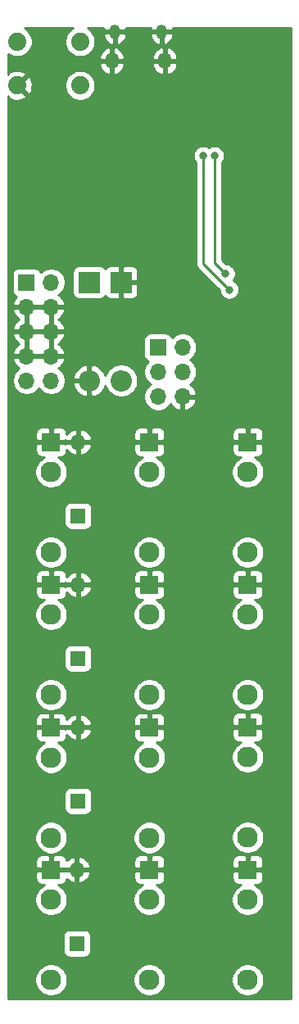
<source format=gbr>
%TF.GenerationSoftware,KiCad,Pcbnew,(5.1.9)-1*%
%TF.CreationDate,2021-05-09T23:01:39-04:00*%
%TF.ProjectId,main,6d61696e-2e6b-4696-9361-645f70636258,rev?*%
%TF.SameCoordinates,Original*%
%TF.FileFunction,Copper,L1,Top*%
%TF.FilePolarity,Positive*%
%FSLAX46Y46*%
G04 Gerber Fmt 4.6, Leading zero omitted, Abs format (unit mm)*
G04 Created by KiCad (PCBNEW (5.1.9)-1) date 2021-05-09 23:01:39*
%MOMM*%
%LPD*%
G01*
G04 APERTURE LIST*
%TA.AperFunction,ComponentPad*%
%ADD10O,1.700000X1.700000*%
%TD*%
%TA.AperFunction,ComponentPad*%
%ADD11R,1.700000X1.700000*%
%TD*%
%TA.AperFunction,ComponentPad*%
%ADD12R,2.200000X2.200000*%
%TD*%
%TA.AperFunction,ComponentPad*%
%ADD13O,2.200000X2.200000*%
%TD*%
%TA.AperFunction,ComponentPad*%
%ADD14R,1.600000X1.600000*%
%TD*%
%TA.AperFunction,ComponentPad*%
%ADD15O,1.600000X1.600000*%
%TD*%
%TA.AperFunction,ComponentPad*%
%ADD16O,1.100000X1.500000*%
%TD*%
%TA.AperFunction,ComponentPad*%
%ADD17O,1.350000X1.700000*%
%TD*%
%TA.AperFunction,ComponentPad*%
%ADD18C,2.130000*%
%TD*%
%TA.AperFunction,ComponentPad*%
%ADD19R,1.930000X1.830000*%
%TD*%
%TA.AperFunction,ComponentPad*%
%ADD20C,1.879600*%
%TD*%
%TA.AperFunction,ViaPad*%
%ADD21C,0.800000*%
%TD*%
%TA.AperFunction,Conductor*%
%ADD22C,0.250000*%
%TD*%
%TA.AperFunction,Conductor*%
%ADD23C,0.254000*%
%TD*%
%TA.AperFunction,Conductor*%
%ADD24C,0.100000*%
%TD*%
G04 APERTURE END LIST*
D10*
%TO.P,J15,6*%
%TO.N,GND*%
X171069000Y-89535000D03*
%TO.P,J15,5*%
%TO.N,RST*%
X168529000Y-89535000D03*
%TO.P,J15,4*%
%TO.N,MOSI*%
X171069000Y-86995000D03*
%TO.P,J15,3*%
%TO.N,SCK*%
X168529000Y-86995000D03*
%TO.P,J15,2*%
%TO.N,+5V*%
X171069000Y-84455000D03*
D11*
%TO.P,J15,1*%
%TO.N,MISO*%
X168529000Y-84455000D03*
%TD*%
D10*
%TO.P,J2,10*%
%TO.N,-12V*%
X157480000Y-87884000D03*
%TO.P,J2,9*%
X154940000Y-87884000D03*
%TO.P,J2,8*%
%TO.N,GND*%
X157480000Y-85344000D03*
%TO.P,J2,7*%
X154940000Y-85344000D03*
%TO.P,J2,6*%
X157480000Y-82804000D03*
%TO.P,J2,5*%
X154940000Y-82804000D03*
%TO.P,J2,4*%
X157480000Y-80264000D03*
%TO.P,J2,3*%
X154940000Y-80264000D03*
%TO.P,J2,2*%
%TO.N,+12V*%
X157480000Y-77724000D03*
D11*
%TO.P,J2,1*%
X154940000Y-77724000D03*
%TD*%
D12*
%TO.P,D1,1*%
%TO.N,+12V*%
X161417000Y-77724000D03*
D13*
%TO.P,D1,2*%
%TO.N,GND*%
X161417000Y-87884000D03*
%TD*%
%TO.P,D2,2*%
%TO.N,-12V*%
X164719000Y-87884000D03*
D12*
%TO.P,D2,1*%
%TO.N,GND*%
X164719000Y-77724000D03*
%TD*%
D14*
%TO.P,D9,1*%
%TO.N,Net-(D9-Pad1)*%
X160274000Y-101854000D03*
D15*
%TO.P,D9,2*%
%TO.N,GND*%
X160274000Y-94234000D03*
%TD*%
%TO.P,D10,2*%
%TO.N,GND*%
X160274000Y-108966000D03*
D14*
%TO.P,D10,1*%
%TO.N,Net-(D10-Pad1)*%
X160274000Y-116586000D03*
%TD*%
D15*
%TO.P,D11,2*%
%TO.N,GND*%
X160147000Y-138430000D03*
D14*
%TO.P,D11,1*%
%TO.N,Net-(D11-Pad1)*%
X160147000Y-146050000D03*
%TD*%
%TO.P,D12,1*%
%TO.N,Net-(D12-Pad1)*%
X160274000Y-131318000D03*
D15*
%TO.P,D12,2*%
%TO.N,GND*%
X160274000Y-123698000D03*
%TD*%
D16*
%TO.P,J1,6*%
%TO.N,GND*%
X168911000Y-51848000D03*
X164071000Y-51848000D03*
D17*
X169221000Y-54848000D03*
X163761000Y-54848000D03*
%TD*%
D18*
%TO.P,J3,TN*%
%TO.N,N/C*%
X177800000Y-112066000D03*
D19*
%TO.P,J3,S*%
%TO.N,GND*%
X177800000Y-108966000D03*
D18*
%TO.P,J3,T*%
%TO.N,Net-(J3-PadT)*%
X177800000Y-120366000D03*
%TD*%
%TO.P,J4,T*%
%TO.N,Net-(J4-PadT)*%
X177800000Y-135098000D03*
D19*
%TO.P,J4,S*%
%TO.N,GND*%
X177800000Y-123698000D03*
D18*
%TO.P,J4,TN*%
%TO.N,N/C*%
X177800000Y-126798000D03*
%TD*%
%TO.P,J5,T*%
%TO.N,Net-(J5-PadT)*%
X177800000Y-149830000D03*
D19*
%TO.P,J5,S*%
%TO.N,GND*%
X177800000Y-138430000D03*
D18*
%TO.P,J5,TN*%
%TO.N,N/C*%
X177800000Y-141530000D03*
%TD*%
%TO.P,J6,TN*%
%TO.N,N/C*%
X177800000Y-97334000D03*
D19*
%TO.P,J6,S*%
%TO.N,GND*%
X177800000Y-94234000D03*
D18*
%TO.P,J6,T*%
%TO.N,Net-(J6-PadT)*%
X177800000Y-105634000D03*
%TD*%
%TO.P,J7,TN*%
%TO.N,N/C*%
X167640000Y-97334000D03*
D19*
%TO.P,J7,S*%
%TO.N,GND*%
X167640000Y-94234000D03*
D18*
%TO.P,J7,T*%
%TO.N,Net-(J7-PadT)*%
X167640000Y-105634000D03*
%TD*%
%TO.P,J8,TN*%
%TO.N,N/C*%
X167640000Y-112066000D03*
D19*
%TO.P,J8,S*%
%TO.N,GND*%
X167640000Y-108966000D03*
D18*
%TO.P,J8,T*%
%TO.N,Net-(J8-PadT)*%
X167640000Y-120366000D03*
%TD*%
%TO.P,J9,TN*%
%TO.N,N/C*%
X167640000Y-126828000D03*
D19*
%TO.P,J9,S*%
%TO.N,GND*%
X167640000Y-123728000D03*
D18*
%TO.P,J9,T*%
%TO.N,Net-(J9-PadT)*%
X167640000Y-135128000D03*
%TD*%
%TO.P,J10,T*%
%TO.N,Net-(J10-PadT)*%
X167640000Y-149830000D03*
D19*
%TO.P,J10,S*%
%TO.N,GND*%
X167640000Y-138430000D03*
D18*
%TO.P,J10,TN*%
%TO.N,N/C*%
X167640000Y-141530000D03*
%TD*%
%TO.P,J11,T*%
%TO.N,Net-(J11-PadT)*%
X157480000Y-105634000D03*
D19*
%TO.P,J11,S*%
%TO.N,GND*%
X157480000Y-94234000D03*
D18*
%TO.P,J11,TN*%
%TO.N,N/C*%
X157480000Y-97334000D03*
%TD*%
%TO.P,J12,TN*%
%TO.N,N/C*%
X157480000Y-112066000D03*
D19*
%TO.P,J12,S*%
%TO.N,GND*%
X157480000Y-108966000D03*
D18*
%TO.P,J12,T*%
%TO.N,Net-(J12-PadT)*%
X157480000Y-120366000D03*
%TD*%
%TO.P,J13,T*%
%TO.N,Net-(J13-PadT)*%
X157480000Y-149830000D03*
D19*
%TO.P,J13,S*%
%TO.N,GND*%
X157480000Y-138430000D03*
D18*
%TO.P,J13,TN*%
%TO.N,N/C*%
X157480000Y-141530000D03*
%TD*%
%TO.P,J14,T*%
%TO.N,Net-(J14-PadT)*%
X157480000Y-135128000D03*
D19*
%TO.P,J14,S*%
%TO.N,GND*%
X157480000Y-123728000D03*
D18*
%TO.P,J14,TN*%
%TO.N,N/C*%
X157480000Y-126828000D03*
%TD*%
D20*
%TO.P,RESET1,1*%
%TO.N,GND*%
X153974800Y-57378600D03*
%TO.P,RESET1,2*%
%TO.N,N/C*%
X160477200Y-57378600D03*
%TO.P,RESET1,3*%
%TO.N,RST*%
X153974800Y-52857400D03*
%TO.P,RESET1,4*%
%TO.N,N/C*%
X160477200Y-52857400D03*
%TD*%
D21*
%TO.N,SCL*%
X174371000Y-64643000D03*
X175514000Y-76835000D03*
%TO.N,SDA*%
X173215000Y-64630000D03*
X175895000Y-78486000D03*
%TD*%
D22*
%TO.N,SCL*%
X174371000Y-64643000D02*
X174371000Y-75692000D01*
X174371000Y-75692000D02*
X175514000Y-76835000D01*
X175514000Y-76835000D02*
X175514000Y-76835000D01*
%TO.N,SDA*%
X173215000Y-64630000D02*
X173215000Y-67805000D01*
X173215000Y-67805000D02*
X173215000Y-75806000D01*
X173215000Y-75806000D02*
X175895000Y-78486000D01*
X175895000Y-78486000D02*
X175895000Y-78486000D01*
%TD*%
D23*
%TO.N,GND*%
X159731252Y-51461830D02*
X159473323Y-51634173D01*
X159253973Y-51853523D01*
X159081630Y-52111452D01*
X158962918Y-52398048D01*
X158902400Y-52702296D01*
X158902400Y-53012504D01*
X158962918Y-53316752D01*
X159081630Y-53603348D01*
X159253973Y-53861277D01*
X159473323Y-54080627D01*
X159731252Y-54252970D01*
X160017848Y-54371682D01*
X160322096Y-54432200D01*
X160632304Y-54432200D01*
X160936552Y-54371682D01*
X161223148Y-54252970D01*
X161481077Y-54080627D01*
X161700427Y-53861277D01*
X161872770Y-53603348D01*
X161991482Y-53316752D01*
X162052000Y-53012504D01*
X162052000Y-52702296D01*
X161991482Y-52398048D01*
X161893660Y-52161884D01*
X162885316Y-52161884D01*
X162930316Y-52391011D01*
X163019152Y-52606957D01*
X163148410Y-52801422D01*
X163313123Y-52966934D01*
X163506961Y-53097131D01*
X163722474Y-53187011D01*
X163761256Y-53191803D01*
X163944000Y-53066361D01*
X163944000Y-51975000D01*
X164198000Y-51975000D01*
X164198000Y-53066361D01*
X164380744Y-53191803D01*
X164419526Y-53187011D01*
X164635039Y-53097131D01*
X164828877Y-52966934D01*
X164993590Y-52801422D01*
X165122848Y-52606957D01*
X165211684Y-52391011D01*
X165256684Y-52161884D01*
X167725316Y-52161884D01*
X167770316Y-52391011D01*
X167859152Y-52606957D01*
X167988410Y-52801422D01*
X168153123Y-52966934D01*
X168346961Y-53097131D01*
X168562474Y-53187011D01*
X168601256Y-53191803D01*
X168784000Y-53066361D01*
X168784000Y-51975000D01*
X169038000Y-51975000D01*
X169038000Y-53066361D01*
X169220744Y-53191803D01*
X169259526Y-53187011D01*
X169475039Y-53097131D01*
X169668877Y-52966934D01*
X169833590Y-52801422D01*
X169962848Y-52606957D01*
X170051684Y-52391011D01*
X170096684Y-52161884D01*
X169941152Y-51975000D01*
X169038000Y-51975000D01*
X168784000Y-51975000D01*
X167880848Y-51975000D01*
X167725316Y-52161884D01*
X165256684Y-52161884D01*
X165101152Y-51975000D01*
X164198000Y-51975000D01*
X163944000Y-51975000D01*
X163040848Y-51975000D01*
X162885316Y-52161884D01*
X161893660Y-52161884D01*
X161872770Y-52111452D01*
X161700427Y-51853523D01*
X161481077Y-51634173D01*
X161223148Y-51461830D01*
X161218730Y-51460000D01*
X162899872Y-51460000D01*
X162885316Y-51534116D01*
X163040848Y-51721000D01*
X163944000Y-51721000D01*
X163944000Y-51701000D01*
X164198000Y-51701000D01*
X164198000Y-51721000D01*
X165101152Y-51721000D01*
X165256684Y-51534116D01*
X165242128Y-51460000D01*
X167739872Y-51460000D01*
X167725316Y-51534116D01*
X167880848Y-51721000D01*
X168784000Y-51721000D01*
X168784000Y-51701000D01*
X169038000Y-51701000D01*
X169038000Y-51721000D01*
X169941152Y-51721000D01*
X170096684Y-51534116D01*
X170082128Y-51460000D01*
X182220001Y-51460000D01*
X182220000Y-151740000D01*
X153060000Y-151740000D01*
X153060000Y-149662565D01*
X155780000Y-149662565D01*
X155780000Y-149997435D01*
X155845330Y-150325872D01*
X155973479Y-150635252D01*
X156159523Y-150913687D01*
X156396313Y-151150477D01*
X156674748Y-151336521D01*
X156984128Y-151464670D01*
X157312565Y-151530000D01*
X157647435Y-151530000D01*
X157975872Y-151464670D01*
X158285252Y-151336521D01*
X158563687Y-151150477D01*
X158800477Y-150913687D01*
X158986521Y-150635252D01*
X159114670Y-150325872D01*
X159180000Y-149997435D01*
X159180000Y-149662565D01*
X165940000Y-149662565D01*
X165940000Y-149997435D01*
X166005330Y-150325872D01*
X166133479Y-150635252D01*
X166319523Y-150913687D01*
X166556313Y-151150477D01*
X166834748Y-151336521D01*
X167144128Y-151464670D01*
X167472565Y-151530000D01*
X167807435Y-151530000D01*
X168135872Y-151464670D01*
X168445252Y-151336521D01*
X168723687Y-151150477D01*
X168960477Y-150913687D01*
X169146521Y-150635252D01*
X169274670Y-150325872D01*
X169340000Y-149997435D01*
X169340000Y-149662565D01*
X176100000Y-149662565D01*
X176100000Y-149997435D01*
X176165330Y-150325872D01*
X176293479Y-150635252D01*
X176479523Y-150913687D01*
X176716313Y-151150477D01*
X176994748Y-151336521D01*
X177304128Y-151464670D01*
X177632565Y-151530000D01*
X177967435Y-151530000D01*
X178295872Y-151464670D01*
X178605252Y-151336521D01*
X178883687Y-151150477D01*
X179120477Y-150913687D01*
X179306521Y-150635252D01*
X179434670Y-150325872D01*
X179500000Y-149997435D01*
X179500000Y-149662565D01*
X179434670Y-149334128D01*
X179306521Y-149024748D01*
X179120477Y-148746313D01*
X178883687Y-148509523D01*
X178605252Y-148323479D01*
X178295872Y-148195330D01*
X177967435Y-148130000D01*
X177632565Y-148130000D01*
X177304128Y-148195330D01*
X176994748Y-148323479D01*
X176716313Y-148509523D01*
X176479523Y-148746313D01*
X176293479Y-149024748D01*
X176165330Y-149334128D01*
X176100000Y-149662565D01*
X169340000Y-149662565D01*
X169274670Y-149334128D01*
X169146521Y-149024748D01*
X168960477Y-148746313D01*
X168723687Y-148509523D01*
X168445252Y-148323479D01*
X168135872Y-148195330D01*
X167807435Y-148130000D01*
X167472565Y-148130000D01*
X167144128Y-148195330D01*
X166834748Y-148323479D01*
X166556313Y-148509523D01*
X166319523Y-148746313D01*
X166133479Y-149024748D01*
X166005330Y-149334128D01*
X165940000Y-149662565D01*
X159180000Y-149662565D01*
X159114670Y-149334128D01*
X158986521Y-149024748D01*
X158800477Y-148746313D01*
X158563687Y-148509523D01*
X158285252Y-148323479D01*
X157975872Y-148195330D01*
X157647435Y-148130000D01*
X157312565Y-148130000D01*
X156984128Y-148195330D01*
X156674748Y-148323479D01*
X156396313Y-148509523D01*
X156159523Y-148746313D01*
X155973479Y-149024748D01*
X155845330Y-149334128D01*
X155780000Y-149662565D01*
X153060000Y-149662565D01*
X153060000Y-145250000D01*
X158708928Y-145250000D01*
X158708928Y-146850000D01*
X158721188Y-146974482D01*
X158757498Y-147094180D01*
X158816463Y-147204494D01*
X158895815Y-147301185D01*
X158992506Y-147380537D01*
X159102820Y-147439502D01*
X159222518Y-147475812D01*
X159347000Y-147488072D01*
X160947000Y-147488072D01*
X161071482Y-147475812D01*
X161191180Y-147439502D01*
X161301494Y-147380537D01*
X161398185Y-147301185D01*
X161477537Y-147204494D01*
X161536502Y-147094180D01*
X161572812Y-146974482D01*
X161585072Y-146850000D01*
X161585072Y-145250000D01*
X161572812Y-145125518D01*
X161536502Y-145005820D01*
X161477537Y-144895506D01*
X161398185Y-144798815D01*
X161301494Y-144719463D01*
X161191180Y-144660498D01*
X161071482Y-144624188D01*
X160947000Y-144611928D01*
X159347000Y-144611928D01*
X159222518Y-144624188D01*
X159102820Y-144660498D01*
X158992506Y-144719463D01*
X158895815Y-144798815D01*
X158816463Y-144895506D01*
X158757498Y-145005820D01*
X158721188Y-145125518D01*
X158708928Y-145250000D01*
X153060000Y-145250000D01*
X153060000Y-141362565D01*
X155780000Y-141362565D01*
X155780000Y-141697435D01*
X155845330Y-142025872D01*
X155973479Y-142335252D01*
X156159523Y-142613687D01*
X156396313Y-142850477D01*
X156674748Y-143036521D01*
X156984128Y-143164670D01*
X157312565Y-143230000D01*
X157647435Y-143230000D01*
X157975872Y-143164670D01*
X158285252Y-143036521D01*
X158563687Y-142850477D01*
X158800477Y-142613687D01*
X158986521Y-142335252D01*
X159114670Y-142025872D01*
X159180000Y-141697435D01*
X159180000Y-141362565D01*
X165940000Y-141362565D01*
X165940000Y-141697435D01*
X166005330Y-142025872D01*
X166133479Y-142335252D01*
X166319523Y-142613687D01*
X166556313Y-142850477D01*
X166834748Y-143036521D01*
X167144128Y-143164670D01*
X167472565Y-143230000D01*
X167807435Y-143230000D01*
X168135872Y-143164670D01*
X168445252Y-143036521D01*
X168723687Y-142850477D01*
X168960477Y-142613687D01*
X169146521Y-142335252D01*
X169274670Y-142025872D01*
X169340000Y-141697435D01*
X169340000Y-141362565D01*
X176100000Y-141362565D01*
X176100000Y-141697435D01*
X176165330Y-142025872D01*
X176293479Y-142335252D01*
X176479523Y-142613687D01*
X176716313Y-142850477D01*
X176994748Y-143036521D01*
X177304128Y-143164670D01*
X177632565Y-143230000D01*
X177967435Y-143230000D01*
X178295872Y-143164670D01*
X178605252Y-143036521D01*
X178883687Y-142850477D01*
X179120477Y-142613687D01*
X179306521Y-142335252D01*
X179434670Y-142025872D01*
X179500000Y-141697435D01*
X179500000Y-141362565D01*
X179434670Y-141034128D01*
X179306521Y-140724748D01*
X179120477Y-140446313D01*
X178883687Y-140209523D01*
X178605252Y-140023479D01*
X178504860Y-139981895D01*
X178765000Y-139983072D01*
X178889482Y-139970812D01*
X179009180Y-139934502D01*
X179119494Y-139875537D01*
X179216185Y-139796185D01*
X179295537Y-139699494D01*
X179354502Y-139589180D01*
X179390812Y-139469482D01*
X179403072Y-139345000D01*
X179400000Y-138715750D01*
X179241250Y-138557000D01*
X177927000Y-138557000D01*
X177927000Y-138577000D01*
X177673000Y-138577000D01*
X177673000Y-138557000D01*
X176358750Y-138557000D01*
X176200000Y-138715750D01*
X176196928Y-139345000D01*
X176209188Y-139469482D01*
X176245498Y-139589180D01*
X176304463Y-139699494D01*
X176383815Y-139796185D01*
X176480506Y-139875537D01*
X176590820Y-139934502D01*
X176710518Y-139970812D01*
X176835000Y-139983072D01*
X177095140Y-139981895D01*
X176994748Y-140023479D01*
X176716313Y-140209523D01*
X176479523Y-140446313D01*
X176293479Y-140724748D01*
X176165330Y-141034128D01*
X176100000Y-141362565D01*
X169340000Y-141362565D01*
X169274670Y-141034128D01*
X169146521Y-140724748D01*
X168960477Y-140446313D01*
X168723687Y-140209523D01*
X168445252Y-140023479D01*
X168344860Y-139981895D01*
X168605000Y-139983072D01*
X168729482Y-139970812D01*
X168849180Y-139934502D01*
X168959494Y-139875537D01*
X169056185Y-139796185D01*
X169135537Y-139699494D01*
X169194502Y-139589180D01*
X169230812Y-139469482D01*
X169243072Y-139345000D01*
X169240000Y-138715750D01*
X169081250Y-138557000D01*
X167767000Y-138557000D01*
X167767000Y-138577000D01*
X167513000Y-138577000D01*
X167513000Y-138557000D01*
X166198750Y-138557000D01*
X166040000Y-138715750D01*
X166036928Y-139345000D01*
X166049188Y-139469482D01*
X166085498Y-139589180D01*
X166144463Y-139699494D01*
X166223815Y-139796185D01*
X166320506Y-139875537D01*
X166430820Y-139934502D01*
X166550518Y-139970812D01*
X166675000Y-139983072D01*
X166935140Y-139981895D01*
X166834748Y-140023479D01*
X166556313Y-140209523D01*
X166319523Y-140446313D01*
X166133479Y-140724748D01*
X166005330Y-141034128D01*
X165940000Y-141362565D01*
X159180000Y-141362565D01*
X159114670Y-141034128D01*
X158986521Y-140724748D01*
X158800477Y-140446313D01*
X158563687Y-140209523D01*
X158285252Y-140023479D01*
X158184860Y-139981895D01*
X158445000Y-139983072D01*
X158569482Y-139970812D01*
X158689180Y-139934502D01*
X158799494Y-139875537D01*
X158896185Y-139796185D01*
X158975537Y-139699494D01*
X159034502Y-139589180D01*
X159070812Y-139469482D01*
X159079725Y-139378986D01*
X159183586Y-139493519D01*
X159409580Y-139661037D01*
X159663913Y-139781246D01*
X159797961Y-139821904D01*
X160020000Y-139699915D01*
X160020000Y-138557000D01*
X160274000Y-138557000D01*
X160274000Y-139699915D01*
X160496039Y-139821904D01*
X160630087Y-139781246D01*
X160884420Y-139661037D01*
X161110414Y-139493519D01*
X161299385Y-139285131D01*
X161444070Y-139043881D01*
X161538909Y-138779040D01*
X161417624Y-138557000D01*
X160274000Y-138557000D01*
X160020000Y-138557000D01*
X157607000Y-138557000D01*
X157607000Y-138577000D01*
X157353000Y-138577000D01*
X157353000Y-138557000D01*
X156038750Y-138557000D01*
X155880000Y-138715750D01*
X155876928Y-139345000D01*
X155889188Y-139469482D01*
X155925498Y-139589180D01*
X155984463Y-139699494D01*
X156063815Y-139796185D01*
X156160506Y-139875537D01*
X156270820Y-139934502D01*
X156390518Y-139970812D01*
X156515000Y-139983072D01*
X156775140Y-139981895D01*
X156674748Y-140023479D01*
X156396313Y-140209523D01*
X156159523Y-140446313D01*
X155973479Y-140724748D01*
X155845330Y-141034128D01*
X155780000Y-141362565D01*
X153060000Y-141362565D01*
X153060000Y-137515000D01*
X155876928Y-137515000D01*
X155880000Y-138144250D01*
X156038750Y-138303000D01*
X157353000Y-138303000D01*
X157353000Y-137038750D01*
X157607000Y-137038750D01*
X157607000Y-138303000D01*
X160020000Y-138303000D01*
X160020000Y-137160085D01*
X160274000Y-137160085D01*
X160274000Y-138303000D01*
X161417624Y-138303000D01*
X161538909Y-138080960D01*
X161444070Y-137816119D01*
X161299385Y-137574869D01*
X161245095Y-137515000D01*
X166036928Y-137515000D01*
X166040000Y-138144250D01*
X166198750Y-138303000D01*
X167513000Y-138303000D01*
X167513000Y-137038750D01*
X167767000Y-137038750D01*
X167767000Y-138303000D01*
X169081250Y-138303000D01*
X169240000Y-138144250D01*
X169243072Y-137515000D01*
X176196928Y-137515000D01*
X176200000Y-138144250D01*
X176358750Y-138303000D01*
X177673000Y-138303000D01*
X177673000Y-137038750D01*
X177927000Y-137038750D01*
X177927000Y-138303000D01*
X179241250Y-138303000D01*
X179400000Y-138144250D01*
X179403072Y-137515000D01*
X179390812Y-137390518D01*
X179354502Y-137270820D01*
X179295537Y-137160506D01*
X179216185Y-137063815D01*
X179119494Y-136984463D01*
X179009180Y-136925498D01*
X178889482Y-136889188D01*
X178765000Y-136876928D01*
X178085750Y-136880000D01*
X177927000Y-137038750D01*
X177673000Y-137038750D01*
X177514250Y-136880000D01*
X176835000Y-136876928D01*
X176710518Y-136889188D01*
X176590820Y-136925498D01*
X176480506Y-136984463D01*
X176383815Y-137063815D01*
X176304463Y-137160506D01*
X176245498Y-137270820D01*
X176209188Y-137390518D01*
X176196928Y-137515000D01*
X169243072Y-137515000D01*
X169230812Y-137390518D01*
X169194502Y-137270820D01*
X169135537Y-137160506D01*
X169056185Y-137063815D01*
X168959494Y-136984463D01*
X168849180Y-136925498D01*
X168729482Y-136889188D01*
X168605000Y-136876928D01*
X167925750Y-136880000D01*
X167767000Y-137038750D01*
X167513000Y-137038750D01*
X167354250Y-136880000D01*
X166675000Y-136876928D01*
X166550518Y-136889188D01*
X166430820Y-136925498D01*
X166320506Y-136984463D01*
X166223815Y-137063815D01*
X166144463Y-137160506D01*
X166085498Y-137270820D01*
X166049188Y-137390518D01*
X166036928Y-137515000D01*
X161245095Y-137515000D01*
X161110414Y-137366481D01*
X160884420Y-137198963D01*
X160630087Y-137078754D01*
X160496039Y-137038096D01*
X160274000Y-137160085D01*
X160020000Y-137160085D01*
X159797961Y-137038096D01*
X159663913Y-137078754D01*
X159409580Y-137198963D01*
X159183586Y-137366481D01*
X159079725Y-137481014D01*
X159070812Y-137390518D01*
X159034502Y-137270820D01*
X158975537Y-137160506D01*
X158896185Y-137063815D01*
X158799494Y-136984463D01*
X158689180Y-136925498D01*
X158569482Y-136889188D01*
X158445000Y-136876928D01*
X157765750Y-136880000D01*
X157607000Y-137038750D01*
X157353000Y-137038750D01*
X157194250Y-136880000D01*
X156515000Y-136876928D01*
X156390518Y-136889188D01*
X156270820Y-136925498D01*
X156160506Y-136984463D01*
X156063815Y-137063815D01*
X155984463Y-137160506D01*
X155925498Y-137270820D01*
X155889188Y-137390518D01*
X155876928Y-137515000D01*
X153060000Y-137515000D01*
X153060000Y-134960565D01*
X155780000Y-134960565D01*
X155780000Y-135295435D01*
X155845330Y-135623872D01*
X155973479Y-135933252D01*
X156159523Y-136211687D01*
X156396313Y-136448477D01*
X156674748Y-136634521D01*
X156984128Y-136762670D01*
X157312565Y-136828000D01*
X157647435Y-136828000D01*
X157975872Y-136762670D01*
X158285252Y-136634521D01*
X158563687Y-136448477D01*
X158800477Y-136211687D01*
X158986521Y-135933252D01*
X159114670Y-135623872D01*
X159180000Y-135295435D01*
X159180000Y-134960565D01*
X165940000Y-134960565D01*
X165940000Y-135295435D01*
X166005330Y-135623872D01*
X166133479Y-135933252D01*
X166319523Y-136211687D01*
X166556313Y-136448477D01*
X166834748Y-136634521D01*
X167144128Y-136762670D01*
X167472565Y-136828000D01*
X167807435Y-136828000D01*
X168135872Y-136762670D01*
X168445252Y-136634521D01*
X168723687Y-136448477D01*
X168960477Y-136211687D01*
X169146521Y-135933252D01*
X169274670Y-135623872D01*
X169340000Y-135295435D01*
X169340000Y-134960565D01*
X169334033Y-134930565D01*
X176100000Y-134930565D01*
X176100000Y-135265435D01*
X176165330Y-135593872D01*
X176293479Y-135903252D01*
X176479523Y-136181687D01*
X176716313Y-136418477D01*
X176994748Y-136604521D01*
X177304128Y-136732670D01*
X177632565Y-136798000D01*
X177967435Y-136798000D01*
X178295872Y-136732670D01*
X178605252Y-136604521D01*
X178883687Y-136418477D01*
X179120477Y-136181687D01*
X179306521Y-135903252D01*
X179434670Y-135593872D01*
X179500000Y-135265435D01*
X179500000Y-134930565D01*
X179434670Y-134602128D01*
X179306521Y-134292748D01*
X179120477Y-134014313D01*
X178883687Y-133777523D01*
X178605252Y-133591479D01*
X178295872Y-133463330D01*
X177967435Y-133398000D01*
X177632565Y-133398000D01*
X177304128Y-133463330D01*
X176994748Y-133591479D01*
X176716313Y-133777523D01*
X176479523Y-134014313D01*
X176293479Y-134292748D01*
X176165330Y-134602128D01*
X176100000Y-134930565D01*
X169334033Y-134930565D01*
X169274670Y-134632128D01*
X169146521Y-134322748D01*
X168960477Y-134044313D01*
X168723687Y-133807523D01*
X168445252Y-133621479D01*
X168135872Y-133493330D01*
X167807435Y-133428000D01*
X167472565Y-133428000D01*
X167144128Y-133493330D01*
X166834748Y-133621479D01*
X166556313Y-133807523D01*
X166319523Y-134044313D01*
X166133479Y-134322748D01*
X166005330Y-134632128D01*
X165940000Y-134960565D01*
X159180000Y-134960565D01*
X159114670Y-134632128D01*
X158986521Y-134322748D01*
X158800477Y-134044313D01*
X158563687Y-133807523D01*
X158285252Y-133621479D01*
X157975872Y-133493330D01*
X157647435Y-133428000D01*
X157312565Y-133428000D01*
X156984128Y-133493330D01*
X156674748Y-133621479D01*
X156396313Y-133807523D01*
X156159523Y-134044313D01*
X155973479Y-134322748D01*
X155845330Y-134632128D01*
X155780000Y-134960565D01*
X153060000Y-134960565D01*
X153060000Y-130518000D01*
X158835928Y-130518000D01*
X158835928Y-132118000D01*
X158848188Y-132242482D01*
X158884498Y-132362180D01*
X158943463Y-132472494D01*
X159022815Y-132569185D01*
X159119506Y-132648537D01*
X159229820Y-132707502D01*
X159349518Y-132743812D01*
X159474000Y-132756072D01*
X161074000Y-132756072D01*
X161198482Y-132743812D01*
X161318180Y-132707502D01*
X161428494Y-132648537D01*
X161525185Y-132569185D01*
X161604537Y-132472494D01*
X161663502Y-132362180D01*
X161699812Y-132242482D01*
X161712072Y-132118000D01*
X161712072Y-130518000D01*
X161699812Y-130393518D01*
X161663502Y-130273820D01*
X161604537Y-130163506D01*
X161525185Y-130066815D01*
X161428494Y-129987463D01*
X161318180Y-129928498D01*
X161198482Y-129892188D01*
X161074000Y-129879928D01*
X159474000Y-129879928D01*
X159349518Y-129892188D01*
X159229820Y-129928498D01*
X159119506Y-129987463D01*
X159022815Y-130066815D01*
X158943463Y-130163506D01*
X158884498Y-130273820D01*
X158848188Y-130393518D01*
X158835928Y-130518000D01*
X153060000Y-130518000D01*
X153060000Y-126660565D01*
X155780000Y-126660565D01*
X155780000Y-126995435D01*
X155845330Y-127323872D01*
X155973479Y-127633252D01*
X156159523Y-127911687D01*
X156396313Y-128148477D01*
X156674748Y-128334521D01*
X156984128Y-128462670D01*
X157312565Y-128528000D01*
X157647435Y-128528000D01*
X157975872Y-128462670D01*
X158285252Y-128334521D01*
X158563687Y-128148477D01*
X158800477Y-127911687D01*
X158986521Y-127633252D01*
X159114670Y-127323872D01*
X159180000Y-126995435D01*
X159180000Y-126660565D01*
X165940000Y-126660565D01*
X165940000Y-126995435D01*
X166005330Y-127323872D01*
X166133479Y-127633252D01*
X166319523Y-127911687D01*
X166556313Y-128148477D01*
X166834748Y-128334521D01*
X167144128Y-128462670D01*
X167472565Y-128528000D01*
X167807435Y-128528000D01*
X168135872Y-128462670D01*
X168445252Y-128334521D01*
X168723687Y-128148477D01*
X168960477Y-127911687D01*
X169146521Y-127633252D01*
X169274670Y-127323872D01*
X169340000Y-126995435D01*
X169340000Y-126660565D01*
X169334033Y-126630565D01*
X176100000Y-126630565D01*
X176100000Y-126965435D01*
X176165330Y-127293872D01*
X176293479Y-127603252D01*
X176479523Y-127881687D01*
X176716313Y-128118477D01*
X176994748Y-128304521D01*
X177304128Y-128432670D01*
X177632565Y-128498000D01*
X177967435Y-128498000D01*
X178295872Y-128432670D01*
X178605252Y-128304521D01*
X178883687Y-128118477D01*
X179120477Y-127881687D01*
X179306521Y-127603252D01*
X179434670Y-127293872D01*
X179500000Y-126965435D01*
X179500000Y-126630565D01*
X179434670Y-126302128D01*
X179306521Y-125992748D01*
X179120477Y-125714313D01*
X178883687Y-125477523D01*
X178605252Y-125291479D01*
X178504860Y-125249895D01*
X178765000Y-125251072D01*
X178889482Y-125238812D01*
X179009180Y-125202502D01*
X179119494Y-125143537D01*
X179216185Y-125064185D01*
X179295537Y-124967494D01*
X179354502Y-124857180D01*
X179390812Y-124737482D01*
X179403072Y-124613000D01*
X179400000Y-123983750D01*
X179241250Y-123825000D01*
X177927000Y-123825000D01*
X177927000Y-123845000D01*
X177673000Y-123845000D01*
X177673000Y-123825000D01*
X176358750Y-123825000D01*
X176200000Y-123983750D01*
X176196928Y-124613000D01*
X176209188Y-124737482D01*
X176245498Y-124857180D01*
X176304463Y-124967494D01*
X176383815Y-125064185D01*
X176480506Y-125143537D01*
X176590820Y-125202502D01*
X176710518Y-125238812D01*
X176835000Y-125251072D01*
X177095140Y-125249895D01*
X176994748Y-125291479D01*
X176716313Y-125477523D01*
X176479523Y-125714313D01*
X176293479Y-125992748D01*
X176165330Y-126302128D01*
X176100000Y-126630565D01*
X169334033Y-126630565D01*
X169274670Y-126332128D01*
X169146521Y-126022748D01*
X168960477Y-125744313D01*
X168723687Y-125507523D01*
X168445252Y-125321479D01*
X168344860Y-125279895D01*
X168605000Y-125281072D01*
X168729482Y-125268812D01*
X168849180Y-125232502D01*
X168959494Y-125173537D01*
X169056185Y-125094185D01*
X169135537Y-124997494D01*
X169194502Y-124887180D01*
X169230812Y-124767482D01*
X169243072Y-124643000D01*
X169240000Y-124013750D01*
X169081250Y-123855000D01*
X167767000Y-123855000D01*
X167767000Y-123875000D01*
X167513000Y-123875000D01*
X167513000Y-123855000D01*
X166198750Y-123855000D01*
X166040000Y-124013750D01*
X166036928Y-124643000D01*
X166049188Y-124767482D01*
X166085498Y-124887180D01*
X166144463Y-124997494D01*
X166223815Y-125094185D01*
X166320506Y-125173537D01*
X166430820Y-125232502D01*
X166550518Y-125268812D01*
X166675000Y-125281072D01*
X166935140Y-125279895D01*
X166834748Y-125321479D01*
X166556313Y-125507523D01*
X166319523Y-125744313D01*
X166133479Y-126022748D01*
X166005330Y-126332128D01*
X165940000Y-126660565D01*
X159180000Y-126660565D01*
X159114670Y-126332128D01*
X158986521Y-126022748D01*
X158800477Y-125744313D01*
X158563687Y-125507523D01*
X158285252Y-125321479D01*
X158184860Y-125279895D01*
X158445000Y-125281072D01*
X158569482Y-125268812D01*
X158689180Y-125232502D01*
X158799494Y-125173537D01*
X158896185Y-125094185D01*
X158975537Y-124997494D01*
X159034502Y-124887180D01*
X159070812Y-124767482D01*
X159083072Y-124643000D01*
X159082313Y-124487599D01*
X159121615Y-124553131D01*
X159310586Y-124761519D01*
X159536580Y-124929037D01*
X159790913Y-125049246D01*
X159924961Y-125089904D01*
X160147000Y-124967915D01*
X160147000Y-123825000D01*
X160401000Y-123825000D01*
X160401000Y-124967915D01*
X160623039Y-125089904D01*
X160757087Y-125049246D01*
X161011420Y-124929037D01*
X161237414Y-124761519D01*
X161426385Y-124553131D01*
X161571070Y-124311881D01*
X161665909Y-124047040D01*
X161544624Y-123825000D01*
X160401000Y-123825000D01*
X160147000Y-123825000D01*
X159003376Y-123825000D01*
X158963766Y-123897516D01*
X158921250Y-123855000D01*
X157607000Y-123855000D01*
X157607000Y-123875000D01*
X157353000Y-123875000D01*
X157353000Y-123855000D01*
X156038750Y-123855000D01*
X155880000Y-124013750D01*
X155876928Y-124643000D01*
X155889188Y-124767482D01*
X155925498Y-124887180D01*
X155984463Y-124997494D01*
X156063815Y-125094185D01*
X156160506Y-125173537D01*
X156270820Y-125232502D01*
X156390518Y-125268812D01*
X156515000Y-125281072D01*
X156775140Y-125279895D01*
X156674748Y-125321479D01*
X156396313Y-125507523D01*
X156159523Y-125744313D01*
X155973479Y-126022748D01*
X155845330Y-126332128D01*
X155780000Y-126660565D01*
X153060000Y-126660565D01*
X153060000Y-122813000D01*
X155876928Y-122813000D01*
X155880000Y-123442250D01*
X156038750Y-123601000D01*
X157353000Y-123601000D01*
X157353000Y-122336750D01*
X157607000Y-122336750D01*
X157607000Y-123601000D01*
X158921250Y-123601000D01*
X158984962Y-123537288D01*
X159003376Y-123571000D01*
X160147000Y-123571000D01*
X160147000Y-122428085D01*
X160401000Y-122428085D01*
X160401000Y-123571000D01*
X161544624Y-123571000D01*
X161665909Y-123348960D01*
X161571070Y-123084119D01*
X161426385Y-122842869D01*
X161399300Y-122813000D01*
X166036928Y-122813000D01*
X166040000Y-123442250D01*
X166198750Y-123601000D01*
X167513000Y-123601000D01*
X167513000Y-122336750D01*
X167767000Y-122336750D01*
X167767000Y-123601000D01*
X169081250Y-123601000D01*
X169240000Y-123442250D01*
X169243072Y-122813000D01*
X169240118Y-122783000D01*
X176196928Y-122783000D01*
X176200000Y-123412250D01*
X176358750Y-123571000D01*
X177673000Y-123571000D01*
X177673000Y-122306750D01*
X177927000Y-122306750D01*
X177927000Y-123571000D01*
X179241250Y-123571000D01*
X179400000Y-123412250D01*
X179403072Y-122783000D01*
X179390812Y-122658518D01*
X179354502Y-122538820D01*
X179295537Y-122428506D01*
X179216185Y-122331815D01*
X179119494Y-122252463D01*
X179009180Y-122193498D01*
X178889482Y-122157188D01*
X178765000Y-122144928D01*
X178085750Y-122148000D01*
X177927000Y-122306750D01*
X177673000Y-122306750D01*
X177514250Y-122148000D01*
X176835000Y-122144928D01*
X176710518Y-122157188D01*
X176590820Y-122193498D01*
X176480506Y-122252463D01*
X176383815Y-122331815D01*
X176304463Y-122428506D01*
X176245498Y-122538820D01*
X176209188Y-122658518D01*
X176196928Y-122783000D01*
X169240118Y-122783000D01*
X169230812Y-122688518D01*
X169194502Y-122568820D01*
X169135537Y-122458506D01*
X169056185Y-122361815D01*
X168959494Y-122282463D01*
X168849180Y-122223498D01*
X168729482Y-122187188D01*
X168605000Y-122174928D01*
X167925750Y-122178000D01*
X167767000Y-122336750D01*
X167513000Y-122336750D01*
X167354250Y-122178000D01*
X166675000Y-122174928D01*
X166550518Y-122187188D01*
X166430820Y-122223498D01*
X166320506Y-122282463D01*
X166223815Y-122361815D01*
X166144463Y-122458506D01*
X166085498Y-122568820D01*
X166049188Y-122688518D01*
X166036928Y-122813000D01*
X161399300Y-122813000D01*
X161237414Y-122634481D01*
X161011420Y-122466963D01*
X160757087Y-122346754D01*
X160623039Y-122306096D01*
X160401000Y-122428085D01*
X160147000Y-122428085D01*
X159924961Y-122306096D01*
X159790913Y-122346754D01*
X159536580Y-122466963D01*
X159310586Y-122634481D01*
X159121615Y-122842869D01*
X159082609Y-122907909D01*
X159083072Y-122813000D01*
X159070812Y-122688518D01*
X159034502Y-122568820D01*
X158975537Y-122458506D01*
X158896185Y-122361815D01*
X158799494Y-122282463D01*
X158689180Y-122223498D01*
X158569482Y-122187188D01*
X158445000Y-122174928D01*
X157765750Y-122178000D01*
X157607000Y-122336750D01*
X157353000Y-122336750D01*
X157194250Y-122178000D01*
X156515000Y-122174928D01*
X156390518Y-122187188D01*
X156270820Y-122223498D01*
X156160506Y-122282463D01*
X156063815Y-122361815D01*
X155984463Y-122458506D01*
X155925498Y-122568820D01*
X155889188Y-122688518D01*
X155876928Y-122813000D01*
X153060000Y-122813000D01*
X153060000Y-120198565D01*
X155780000Y-120198565D01*
X155780000Y-120533435D01*
X155845330Y-120861872D01*
X155973479Y-121171252D01*
X156159523Y-121449687D01*
X156396313Y-121686477D01*
X156674748Y-121872521D01*
X156984128Y-122000670D01*
X157312565Y-122066000D01*
X157647435Y-122066000D01*
X157975872Y-122000670D01*
X158285252Y-121872521D01*
X158563687Y-121686477D01*
X158800477Y-121449687D01*
X158986521Y-121171252D01*
X159114670Y-120861872D01*
X159180000Y-120533435D01*
X159180000Y-120198565D01*
X165940000Y-120198565D01*
X165940000Y-120533435D01*
X166005330Y-120861872D01*
X166133479Y-121171252D01*
X166319523Y-121449687D01*
X166556313Y-121686477D01*
X166834748Y-121872521D01*
X167144128Y-122000670D01*
X167472565Y-122066000D01*
X167807435Y-122066000D01*
X168135872Y-122000670D01*
X168445252Y-121872521D01*
X168723687Y-121686477D01*
X168960477Y-121449687D01*
X169146521Y-121171252D01*
X169274670Y-120861872D01*
X169340000Y-120533435D01*
X169340000Y-120198565D01*
X176100000Y-120198565D01*
X176100000Y-120533435D01*
X176165330Y-120861872D01*
X176293479Y-121171252D01*
X176479523Y-121449687D01*
X176716313Y-121686477D01*
X176994748Y-121872521D01*
X177304128Y-122000670D01*
X177632565Y-122066000D01*
X177967435Y-122066000D01*
X178295872Y-122000670D01*
X178605252Y-121872521D01*
X178883687Y-121686477D01*
X179120477Y-121449687D01*
X179306521Y-121171252D01*
X179434670Y-120861872D01*
X179500000Y-120533435D01*
X179500000Y-120198565D01*
X179434670Y-119870128D01*
X179306521Y-119560748D01*
X179120477Y-119282313D01*
X178883687Y-119045523D01*
X178605252Y-118859479D01*
X178295872Y-118731330D01*
X177967435Y-118666000D01*
X177632565Y-118666000D01*
X177304128Y-118731330D01*
X176994748Y-118859479D01*
X176716313Y-119045523D01*
X176479523Y-119282313D01*
X176293479Y-119560748D01*
X176165330Y-119870128D01*
X176100000Y-120198565D01*
X169340000Y-120198565D01*
X169274670Y-119870128D01*
X169146521Y-119560748D01*
X168960477Y-119282313D01*
X168723687Y-119045523D01*
X168445252Y-118859479D01*
X168135872Y-118731330D01*
X167807435Y-118666000D01*
X167472565Y-118666000D01*
X167144128Y-118731330D01*
X166834748Y-118859479D01*
X166556313Y-119045523D01*
X166319523Y-119282313D01*
X166133479Y-119560748D01*
X166005330Y-119870128D01*
X165940000Y-120198565D01*
X159180000Y-120198565D01*
X159114670Y-119870128D01*
X158986521Y-119560748D01*
X158800477Y-119282313D01*
X158563687Y-119045523D01*
X158285252Y-118859479D01*
X157975872Y-118731330D01*
X157647435Y-118666000D01*
X157312565Y-118666000D01*
X156984128Y-118731330D01*
X156674748Y-118859479D01*
X156396313Y-119045523D01*
X156159523Y-119282313D01*
X155973479Y-119560748D01*
X155845330Y-119870128D01*
X155780000Y-120198565D01*
X153060000Y-120198565D01*
X153060000Y-115786000D01*
X158835928Y-115786000D01*
X158835928Y-117386000D01*
X158848188Y-117510482D01*
X158884498Y-117630180D01*
X158943463Y-117740494D01*
X159022815Y-117837185D01*
X159119506Y-117916537D01*
X159229820Y-117975502D01*
X159349518Y-118011812D01*
X159474000Y-118024072D01*
X161074000Y-118024072D01*
X161198482Y-118011812D01*
X161318180Y-117975502D01*
X161428494Y-117916537D01*
X161525185Y-117837185D01*
X161604537Y-117740494D01*
X161663502Y-117630180D01*
X161699812Y-117510482D01*
X161712072Y-117386000D01*
X161712072Y-115786000D01*
X161699812Y-115661518D01*
X161663502Y-115541820D01*
X161604537Y-115431506D01*
X161525185Y-115334815D01*
X161428494Y-115255463D01*
X161318180Y-115196498D01*
X161198482Y-115160188D01*
X161074000Y-115147928D01*
X159474000Y-115147928D01*
X159349518Y-115160188D01*
X159229820Y-115196498D01*
X159119506Y-115255463D01*
X159022815Y-115334815D01*
X158943463Y-115431506D01*
X158884498Y-115541820D01*
X158848188Y-115661518D01*
X158835928Y-115786000D01*
X153060000Y-115786000D01*
X153060000Y-111898565D01*
X155780000Y-111898565D01*
X155780000Y-112233435D01*
X155845330Y-112561872D01*
X155973479Y-112871252D01*
X156159523Y-113149687D01*
X156396313Y-113386477D01*
X156674748Y-113572521D01*
X156984128Y-113700670D01*
X157312565Y-113766000D01*
X157647435Y-113766000D01*
X157975872Y-113700670D01*
X158285252Y-113572521D01*
X158563687Y-113386477D01*
X158800477Y-113149687D01*
X158986521Y-112871252D01*
X159114670Y-112561872D01*
X159180000Y-112233435D01*
X159180000Y-111898565D01*
X165940000Y-111898565D01*
X165940000Y-112233435D01*
X166005330Y-112561872D01*
X166133479Y-112871252D01*
X166319523Y-113149687D01*
X166556313Y-113386477D01*
X166834748Y-113572521D01*
X167144128Y-113700670D01*
X167472565Y-113766000D01*
X167807435Y-113766000D01*
X168135872Y-113700670D01*
X168445252Y-113572521D01*
X168723687Y-113386477D01*
X168960477Y-113149687D01*
X169146521Y-112871252D01*
X169274670Y-112561872D01*
X169340000Y-112233435D01*
X169340000Y-111898565D01*
X176100000Y-111898565D01*
X176100000Y-112233435D01*
X176165330Y-112561872D01*
X176293479Y-112871252D01*
X176479523Y-113149687D01*
X176716313Y-113386477D01*
X176994748Y-113572521D01*
X177304128Y-113700670D01*
X177632565Y-113766000D01*
X177967435Y-113766000D01*
X178295872Y-113700670D01*
X178605252Y-113572521D01*
X178883687Y-113386477D01*
X179120477Y-113149687D01*
X179306521Y-112871252D01*
X179434670Y-112561872D01*
X179500000Y-112233435D01*
X179500000Y-111898565D01*
X179434670Y-111570128D01*
X179306521Y-111260748D01*
X179120477Y-110982313D01*
X178883687Y-110745523D01*
X178605252Y-110559479D01*
X178504860Y-110517895D01*
X178765000Y-110519072D01*
X178889482Y-110506812D01*
X179009180Y-110470502D01*
X179119494Y-110411537D01*
X179216185Y-110332185D01*
X179295537Y-110235494D01*
X179354502Y-110125180D01*
X179390812Y-110005482D01*
X179403072Y-109881000D01*
X179400000Y-109251750D01*
X179241250Y-109093000D01*
X177927000Y-109093000D01*
X177927000Y-109113000D01*
X177673000Y-109113000D01*
X177673000Y-109093000D01*
X176358750Y-109093000D01*
X176200000Y-109251750D01*
X176196928Y-109881000D01*
X176209188Y-110005482D01*
X176245498Y-110125180D01*
X176304463Y-110235494D01*
X176383815Y-110332185D01*
X176480506Y-110411537D01*
X176590820Y-110470502D01*
X176710518Y-110506812D01*
X176835000Y-110519072D01*
X177095140Y-110517895D01*
X176994748Y-110559479D01*
X176716313Y-110745523D01*
X176479523Y-110982313D01*
X176293479Y-111260748D01*
X176165330Y-111570128D01*
X176100000Y-111898565D01*
X169340000Y-111898565D01*
X169274670Y-111570128D01*
X169146521Y-111260748D01*
X168960477Y-110982313D01*
X168723687Y-110745523D01*
X168445252Y-110559479D01*
X168344860Y-110517895D01*
X168605000Y-110519072D01*
X168729482Y-110506812D01*
X168849180Y-110470502D01*
X168959494Y-110411537D01*
X169056185Y-110332185D01*
X169135537Y-110235494D01*
X169194502Y-110125180D01*
X169230812Y-110005482D01*
X169243072Y-109881000D01*
X169240000Y-109251750D01*
X169081250Y-109093000D01*
X167767000Y-109093000D01*
X167767000Y-109113000D01*
X167513000Y-109113000D01*
X167513000Y-109093000D01*
X166198750Y-109093000D01*
X166040000Y-109251750D01*
X166036928Y-109881000D01*
X166049188Y-110005482D01*
X166085498Y-110125180D01*
X166144463Y-110235494D01*
X166223815Y-110332185D01*
X166320506Y-110411537D01*
X166430820Y-110470502D01*
X166550518Y-110506812D01*
X166675000Y-110519072D01*
X166935140Y-110517895D01*
X166834748Y-110559479D01*
X166556313Y-110745523D01*
X166319523Y-110982313D01*
X166133479Y-111260748D01*
X166005330Y-111570128D01*
X165940000Y-111898565D01*
X159180000Y-111898565D01*
X159114670Y-111570128D01*
X158986521Y-111260748D01*
X158800477Y-110982313D01*
X158563687Y-110745523D01*
X158285252Y-110559479D01*
X158184860Y-110517895D01*
X158445000Y-110519072D01*
X158569482Y-110506812D01*
X158689180Y-110470502D01*
X158799494Y-110411537D01*
X158896185Y-110332185D01*
X158975537Y-110235494D01*
X159034502Y-110125180D01*
X159070812Y-110005482D01*
X159083072Y-109881000D01*
X159082461Y-109755845D01*
X159121615Y-109821131D01*
X159310586Y-110029519D01*
X159536580Y-110197037D01*
X159790913Y-110317246D01*
X159924961Y-110357904D01*
X160147000Y-110235915D01*
X160147000Y-109093000D01*
X160401000Y-109093000D01*
X160401000Y-110235915D01*
X160623039Y-110357904D01*
X160757087Y-110317246D01*
X161011420Y-110197037D01*
X161237414Y-110029519D01*
X161426385Y-109821131D01*
X161571070Y-109579881D01*
X161665909Y-109315040D01*
X161544624Y-109093000D01*
X160401000Y-109093000D01*
X160147000Y-109093000D01*
X159003376Y-109093000D01*
X158974364Y-109146114D01*
X158921250Y-109093000D01*
X157607000Y-109093000D01*
X157607000Y-109113000D01*
X157353000Y-109113000D01*
X157353000Y-109093000D01*
X156038750Y-109093000D01*
X155880000Y-109251750D01*
X155876928Y-109881000D01*
X155889188Y-110005482D01*
X155925498Y-110125180D01*
X155984463Y-110235494D01*
X156063815Y-110332185D01*
X156160506Y-110411537D01*
X156270820Y-110470502D01*
X156390518Y-110506812D01*
X156515000Y-110519072D01*
X156775140Y-110517895D01*
X156674748Y-110559479D01*
X156396313Y-110745523D01*
X156159523Y-110982313D01*
X155973479Y-111260748D01*
X155845330Y-111570128D01*
X155780000Y-111898565D01*
X153060000Y-111898565D01*
X153060000Y-108051000D01*
X155876928Y-108051000D01*
X155880000Y-108680250D01*
X156038750Y-108839000D01*
X157353000Y-108839000D01*
X157353000Y-107574750D01*
X157607000Y-107574750D01*
X157607000Y-108839000D01*
X158921250Y-108839000D01*
X158974364Y-108785886D01*
X159003376Y-108839000D01*
X160147000Y-108839000D01*
X160147000Y-107696085D01*
X160401000Y-107696085D01*
X160401000Y-108839000D01*
X161544624Y-108839000D01*
X161665909Y-108616960D01*
X161571070Y-108352119D01*
X161426385Y-108110869D01*
X161372095Y-108051000D01*
X166036928Y-108051000D01*
X166040000Y-108680250D01*
X166198750Y-108839000D01*
X167513000Y-108839000D01*
X167513000Y-107574750D01*
X167767000Y-107574750D01*
X167767000Y-108839000D01*
X169081250Y-108839000D01*
X169240000Y-108680250D01*
X169243072Y-108051000D01*
X176196928Y-108051000D01*
X176200000Y-108680250D01*
X176358750Y-108839000D01*
X177673000Y-108839000D01*
X177673000Y-107574750D01*
X177927000Y-107574750D01*
X177927000Y-108839000D01*
X179241250Y-108839000D01*
X179400000Y-108680250D01*
X179403072Y-108051000D01*
X179390812Y-107926518D01*
X179354502Y-107806820D01*
X179295537Y-107696506D01*
X179216185Y-107599815D01*
X179119494Y-107520463D01*
X179009180Y-107461498D01*
X178889482Y-107425188D01*
X178765000Y-107412928D01*
X178085750Y-107416000D01*
X177927000Y-107574750D01*
X177673000Y-107574750D01*
X177514250Y-107416000D01*
X176835000Y-107412928D01*
X176710518Y-107425188D01*
X176590820Y-107461498D01*
X176480506Y-107520463D01*
X176383815Y-107599815D01*
X176304463Y-107696506D01*
X176245498Y-107806820D01*
X176209188Y-107926518D01*
X176196928Y-108051000D01*
X169243072Y-108051000D01*
X169230812Y-107926518D01*
X169194502Y-107806820D01*
X169135537Y-107696506D01*
X169056185Y-107599815D01*
X168959494Y-107520463D01*
X168849180Y-107461498D01*
X168729482Y-107425188D01*
X168605000Y-107412928D01*
X167925750Y-107416000D01*
X167767000Y-107574750D01*
X167513000Y-107574750D01*
X167354250Y-107416000D01*
X166675000Y-107412928D01*
X166550518Y-107425188D01*
X166430820Y-107461498D01*
X166320506Y-107520463D01*
X166223815Y-107599815D01*
X166144463Y-107696506D01*
X166085498Y-107806820D01*
X166049188Y-107926518D01*
X166036928Y-108051000D01*
X161372095Y-108051000D01*
X161237414Y-107902481D01*
X161011420Y-107734963D01*
X160757087Y-107614754D01*
X160623039Y-107574096D01*
X160401000Y-107696085D01*
X160147000Y-107696085D01*
X159924961Y-107574096D01*
X159790913Y-107614754D01*
X159536580Y-107734963D01*
X159310586Y-107902481D01*
X159121615Y-108110869D01*
X159082461Y-108176155D01*
X159083072Y-108051000D01*
X159070812Y-107926518D01*
X159034502Y-107806820D01*
X158975537Y-107696506D01*
X158896185Y-107599815D01*
X158799494Y-107520463D01*
X158689180Y-107461498D01*
X158569482Y-107425188D01*
X158445000Y-107412928D01*
X157765750Y-107416000D01*
X157607000Y-107574750D01*
X157353000Y-107574750D01*
X157194250Y-107416000D01*
X156515000Y-107412928D01*
X156390518Y-107425188D01*
X156270820Y-107461498D01*
X156160506Y-107520463D01*
X156063815Y-107599815D01*
X155984463Y-107696506D01*
X155925498Y-107806820D01*
X155889188Y-107926518D01*
X155876928Y-108051000D01*
X153060000Y-108051000D01*
X153060000Y-105466565D01*
X155780000Y-105466565D01*
X155780000Y-105801435D01*
X155845330Y-106129872D01*
X155973479Y-106439252D01*
X156159523Y-106717687D01*
X156396313Y-106954477D01*
X156674748Y-107140521D01*
X156984128Y-107268670D01*
X157312565Y-107334000D01*
X157647435Y-107334000D01*
X157975872Y-107268670D01*
X158285252Y-107140521D01*
X158563687Y-106954477D01*
X158800477Y-106717687D01*
X158986521Y-106439252D01*
X159114670Y-106129872D01*
X159180000Y-105801435D01*
X159180000Y-105466565D01*
X165940000Y-105466565D01*
X165940000Y-105801435D01*
X166005330Y-106129872D01*
X166133479Y-106439252D01*
X166319523Y-106717687D01*
X166556313Y-106954477D01*
X166834748Y-107140521D01*
X167144128Y-107268670D01*
X167472565Y-107334000D01*
X167807435Y-107334000D01*
X168135872Y-107268670D01*
X168445252Y-107140521D01*
X168723687Y-106954477D01*
X168960477Y-106717687D01*
X169146521Y-106439252D01*
X169274670Y-106129872D01*
X169340000Y-105801435D01*
X169340000Y-105466565D01*
X176100000Y-105466565D01*
X176100000Y-105801435D01*
X176165330Y-106129872D01*
X176293479Y-106439252D01*
X176479523Y-106717687D01*
X176716313Y-106954477D01*
X176994748Y-107140521D01*
X177304128Y-107268670D01*
X177632565Y-107334000D01*
X177967435Y-107334000D01*
X178295872Y-107268670D01*
X178605252Y-107140521D01*
X178883687Y-106954477D01*
X179120477Y-106717687D01*
X179306521Y-106439252D01*
X179434670Y-106129872D01*
X179500000Y-105801435D01*
X179500000Y-105466565D01*
X179434670Y-105138128D01*
X179306521Y-104828748D01*
X179120477Y-104550313D01*
X178883687Y-104313523D01*
X178605252Y-104127479D01*
X178295872Y-103999330D01*
X177967435Y-103934000D01*
X177632565Y-103934000D01*
X177304128Y-103999330D01*
X176994748Y-104127479D01*
X176716313Y-104313523D01*
X176479523Y-104550313D01*
X176293479Y-104828748D01*
X176165330Y-105138128D01*
X176100000Y-105466565D01*
X169340000Y-105466565D01*
X169274670Y-105138128D01*
X169146521Y-104828748D01*
X168960477Y-104550313D01*
X168723687Y-104313523D01*
X168445252Y-104127479D01*
X168135872Y-103999330D01*
X167807435Y-103934000D01*
X167472565Y-103934000D01*
X167144128Y-103999330D01*
X166834748Y-104127479D01*
X166556313Y-104313523D01*
X166319523Y-104550313D01*
X166133479Y-104828748D01*
X166005330Y-105138128D01*
X165940000Y-105466565D01*
X159180000Y-105466565D01*
X159114670Y-105138128D01*
X158986521Y-104828748D01*
X158800477Y-104550313D01*
X158563687Y-104313523D01*
X158285252Y-104127479D01*
X157975872Y-103999330D01*
X157647435Y-103934000D01*
X157312565Y-103934000D01*
X156984128Y-103999330D01*
X156674748Y-104127479D01*
X156396313Y-104313523D01*
X156159523Y-104550313D01*
X155973479Y-104828748D01*
X155845330Y-105138128D01*
X155780000Y-105466565D01*
X153060000Y-105466565D01*
X153060000Y-101054000D01*
X158835928Y-101054000D01*
X158835928Y-102654000D01*
X158848188Y-102778482D01*
X158884498Y-102898180D01*
X158943463Y-103008494D01*
X159022815Y-103105185D01*
X159119506Y-103184537D01*
X159229820Y-103243502D01*
X159349518Y-103279812D01*
X159474000Y-103292072D01*
X161074000Y-103292072D01*
X161198482Y-103279812D01*
X161318180Y-103243502D01*
X161428494Y-103184537D01*
X161525185Y-103105185D01*
X161604537Y-103008494D01*
X161663502Y-102898180D01*
X161699812Y-102778482D01*
X161712072Y-102654000D01*
X161712072Y-101054000D01*
X161699812Y-100929518D01*
X161663502Y-100809820D01*
X161604537Y-100699506D01*
X161525185Y-100602815D01*
X161428494Y-100523463D01*
X161318180Y-100464498D01*
X161198482Y-100428188D01*
X161074000Y-100415928D01*
X159474000Y-100415928D01*
X159349518Y-100428188D01*
X159229820Y-100464498D01*
X159119506Y-100523463D01*
X159022815Y-100602815D01*
X158943463Y-100699506D01*
X158884498Y-100809820D01*
X158848188Y-100929518D01*
X158835928Y-101054000D01*
X153060000Y-101054000D01*
X153060000Y-97166565D01*
X155780000Y-97166565D01*
X155780000Y-97501435D01*
X155845330Y-97829872D01*
X155973479Y-98139252D01*
X156159523Y-98417687D01*
X156396313Y-98654477D01*
X156674748Y-98840521D01*
X156984128Y-98968670D01*
X157312565Y-99034000D01*
X157647435Y-99034000D01*
X157975872Y-98968670D01*
X158285252Y-98840521D01*
X158563687Y-98654477D01*
X158800477Y-98417687D01*
X158986521Y-98139252D01*
X159114670Y-97829872D01*
X159180000Y-97501435D01*
X159180000Y-97166565D01*
X165940000Y-97166565D01*
X165940000Y-97501435D01*
X166005330Y-97829872D01*
X166133479Y-98139252D01*
X166319523Y-98417687D01*
X166556313Y-98654477D01*
X166834748Y-98840521D01*
X167144128Y-98968670D01*
X167472565Y-99034000D01*
X167807435Y-99034000D01*
X168135872Y-98968670D01*
X168445252Y-98840521D01*
X168723687Y-98654477D01*
X168960477Y-98417687D01*
X169146521Y-98139252D01*
X169274670Y-97829872D01*
X169340000Y-97501435D01*
X169340000Y-97166565D01*
X176100000Y-97166565D01*
X176100000Y-97501435D01*
X176165330Y-97829872D01*
X176293479Y-98139252D01*
X176479523Y-98417687D01*
X176716313Y-98654477D01*
X176994748Y-98840521D01*
X177304128Y-98968670D01*
X177632565Y-99034000D01*
X177967435Y-99034000D01*
X178295872Y-98968670D01*
X178605252Y-98840521D01*
X178883687Y-98654477D01*
X179120477Y-98417687D01*
X179306521Y-98139252D01*
X179434670Y-97829872D01*
X179500000Y-97501435D01*
X179500000Y-97166565D01*
X179434670Y-96838128D01*
X179306521Y-96528748D01*
X179120477Y-96250313D01*
X178883687Y-96013523D01*
X178605252Y-95827479D01*
X178504860Y-95785895D01*
X178765000Y-95787072D01*
X178889482Y-95774812D01*
X179009180Y-95738502D01*
X179119494Y-95679537D01*
X179216185Y-95600185D01*
X179295537Y-95503494D01*
X179354502Y-95393180D01*
X179390812Y-95273482D01*
X179403072Y-95149000D01*
X179400000Y-94519750D01*
X179241250Y-94361000D01*
X177927000Y-94361000D01*
X177927000Y-94381000D01*
X177673000Y-94381000D01*
X177673000Y-94361000D01*
X176358750Y-94361000D01*
X176200000Y-94519750D01*
X176196928Y-95149000D01*
X176209188Y-95273482D01*
X176245498Y-95393180D01*
X176304463Y-95503494D01*
X176383815Y-95600185D01*
X176480506Y-95679537D01*
X176590820Y-95738502D01*
X176710518Y-95774812D01*
X176835000Y-95787072D01*
X177095140Y-95785895D01*
X176994748Y-95827479D01*
X176716313Y-96013523D01*
X176479523Y-96250313D01*
X176293479Y-96528748D01*
X176165330Y-96838128D01*
X176100000Y-97166565D01*
X169340000Y-97166565D01*
X169274670Y-96838128D01*
X169146521Y-96528748D01*
X168960477Y-96250313D01*
X168723687Y-96013523D01*
X168445252Y-95827479D01*
X168344860Y-95785895D01*
X168605000Y-95787072D01*
X168729482Y-95774812D01*
X168849180Y-95738502D01*
X168959494Y-95679537D01*
X169056185Y-95600185D01*
X169135537Y-95503494D01*
X169194502Y-95393180D01*
X169230812Y-95273482D01*
X169243072Y-95149000D01*
X169240000Y-94519750D01*
X169081250Y-94361000D01*
X167767000Y-94361000D01*
X167767000Y-94381000D01*
X167513000Y-94381000D01*
X167513000Y-94361000D01*
X166198750Y-94361000D01*
X166040000Y-94519750D01*
X166036928Y-95149000D01*
X166049188Y-95273482D01*
X166085498Y-95393180D01*
X166144463Y-95503494D01*
X166223815Y-95600185D01*
X166320506Y-95679537D01*
X166430820Y-95738502D01*
X166550518Y-95774812D01*
X166675000Y-95787072D01*
X166935140Y-95785895D01*
X166834748Y-95827479D01*
X166556313Y-96013523D01*
X166319523Y-96250313D01*
X166133479Y-96528748D01*
X166005330Y-96838128D01*
X165940000Y-97166565D01*
X159180000Y-97166565D01*
X159114670Y-96838128D01*
X158986521Y-96528748D01*
X158800477Y-96250313D01*
X158563687Y-96013523D01*
X158285252Y-95827479D01*
X158184860Y-95785895D01*
X158445000Y-95787072D01*
X158569482Y-95774812D01*
X158689180Y-95738502D01*
X158799494Y-95679537D01*
X158896185Y-95600185D01*
X158975537Y-95503494D01*
X159034502Y-95393180D01*
X159070812Y-95273482D01*
X159083072Y-95149000D01*
X159082461Y-95023845D01*
X159121615Y-95089131D01*
X159310586Y-95297519D01*
X159536580Y-95465037D01*
X159790913Y-95585246D01*
X159924961Y-95625904D01*
X160147000Y-95503915D01*
X160147000Y-94361000D01*
X160401000Y-94361000D01*
X160401000Y-95503915D01*
X160623039Y-95625904D01*
X160757087Y-95585246D01*
X161011420Y-95465037D01*
X161237414Y-95297519D01*
X161426385Y-95089131D01*
X161571070Y-94847881D01*
X161665909Y-94583040D01*
X161544624Y-94361000D01*
X160401000Y-94361000D01*
X160147000Y-94361000D01*
X159003376Y-94361000D01*
X158974364Y-94414114D01*
X158921250Y-94361000D01*
X157607000Y-94361000D01*
X157607000Y-94381000D01*
X157353000Y-94381000D01*
X157353000Y-94361000D01*
X156038750Y-94361000D01*
X155880000Y-94519750D01*
X155876928Y-95149000D01*
X155889188Y-95273482D01*
X155925498Y-95393180D01*
X155984463Y-95503494D01*
X156063815Y-95600185D01*
X156160506Y-95679537D01*
X156270820Y-95738502D01*
X156390518Y-95774812D01*
X156515000Y-95787072D01*
X156775140Y-95785895D01*
X156674748Y-95827479D01*
X156396313Y-96013523D01*
X156159523Y-96250313D01*
X155973479Y-96528748D01*
X155845330Y-96838128D01*
X155780000Y-97166565D01*
X153060000Y-97166565D01*
X153060000Y-93319000D01*
X155876928Y-93319000D01*
X155880000Y-93948250D01*
X156038750Y-94107000D01*
X157353000Y-94107000D01*
X157353000Y-92842750D01*
X157607000Y-92842750D01*
X157607000Y-94107000D01*
X158921250Y-94107000D01*
X158974364Y-94053886D01*
X159003376Y-94107000D01*
X160147000Y-94107000D01*
X160147000Y-92964085D01*
X160401000Y-92964085D01*
X160401000Y-94107000D01*
X161544624Y-94107000D01*
X161665909Y-93884960D01*
X161571070Y-93620119D01*
X161426385Y-93378869D01*
X161372095Y-93319000D01*
X166036928Y-93319000D01*
X166040000Y-93948250D01*
X166198750Y-94107000D01*
X167513000Y-94107000D01*
X167513000Y-92842750D01*
X167767000Y-92842750D01*
X167767000Y-94107000D01*
X169081250Y-94107000D01*
X169240000Y-93948250D01*
X169243072Y-93319000D01*
X176196928Y-93319000D01*
X176200000Y-93948250D01*
X176358750Y-94107000D01*
X177673000Y-94107000D01*
X177673000Y-92842750D01*
X177927000Y-92842750D01*
X177927000Y-94107000D01*
X179241250Y-94107000D01*
X179400000Y-93948250D01*
X179403072Y-93319000D01*
X179390812Y-93194518D01*
X179354502Y-93074820D01*
X179295537Y-92964506D01*
X179216185Y-92867815D01*
X179119494Y-92788463D01*
X179009180Y-92729498D01*
X178889482Y-92693188D01*
X178765000Y-92680928D01*
X178085750Y-92684000D01*
X177927000Y-92842750D01*
X177673000Y-92842750D01*
X177514250Y-92684000D01*
X176835000Y-92680928D01*
X176710518Y-92693188D01*
X176590820Y-92729498D01*
X176480506Y-92788463D01*
X176383815Y-92867815D01*
X176304463Y-92964506D01*
X176245498Y-93074820D01*
X176209188Y-93194518D01*
X176196928Y-93319000D01*
X169243072Y-93319000D01*
X169230812Y-93194518D01*
X169194502Y-93074820D01*
X169135537Y-92964506D01*
X169056185Y-92867815D01*
X168959494Y-92788463D01*
X168849180Y-92729498D01*
X168729482Y-92693188D01*
X168605000Y-92680928D01*
X167925750Y-92684000D01*
X167767000Y-92842750D01*
X167513000Y-92842750D01*
X167354250Y-92684000D01*
X166675000Y-92680928D01*
X166550518Y-92693188D01*
X166430820Y-92729498D01*
X166320506Y-92788463D01*
X166223815Y-92867815D01*
X166144463Y-92964506D01*
X166085498Y-93074820D01*
X166049188Y-93194518D01*
X166036928Y-93319000D01*
X161372095Y-93319000D01*
X161237414Y-93170481D01*
X161011420Y-93002963D01*
X160757087Y-92882754D01*
X160623039Y-92842096D01*
X160401000Y-92964085D01*
X160147000Y-92964085D01*
X159924961Y-92842096D01*
X159790913Y-92882754D01*
X159536580Y-93002963D01*
X159310586Y-93170481D01*
X159121615Y-93378869D01*
X159082461Y-93444155D01*
X159083072Y-93319000D01*
X159070812Y-93194518D01*
X159034502Y-93074820D01*
X158975537Y-92964506D01*
X158896185Y-92867815D01*
X158799494Y-92788463D01*
X158689180Y-92729498D01*
X158569482Y-92693188D01*
X158445000Y-92680928D01*
X157765750Y-92684000D01*
X157607000Y-92842750D01*
X157353000Y-92842750D01*
X157194250Y-92684000D01*
X156515000Y-92680928D01*
X156390518Y-92693188D01*
X156270820Y-92729498D01*
X156160506Y-92788463D01*
X156063815Y-92867815D01*
X155984463Y-92964506D01*
X155925498Y-93074820D01*
X155889188Y-93194518D01*
X155876928Y-93319000D01*
X153060000Y-93319000D01*
X153060000Y-87737740D01*
X153455000Y-87737740D01*
X153455000Y-88030260D01*
X153512068Y-88317158D01*
X153624010Y-88587411D01*
X153786525Y-88830632D01*
X153993368Y-89037475D01*
X154236589Y-89199990D01*
X154506842Y-89311932D01*
X154793740Y-89369000D01*
X155086260Y-89369000D01*
X155373158Y-89311932D01*
X155643411Y-89199990D01*
X155886632Y-89037475D01*
X156093475Y-88830632D01*
X156210000Y-88656240D01*
X156326525Y-88830632D01*
X156533368Y-89037475D01*
X156776589Y-89199990D01*
X157046842Y-89311932D01*
X157333740Y-89369000D01*
X157626260Y-89369000D01*
X157913158Y-89311932D01*
X158183411Y-89199990D01*
X158426632Y-89037475D01*
X158633475Y-88830632D01*
X158795990Y-88587411D01*
X158907932Y-88317158D01*
X158915298Y-88280123D01*
X159727821Y-88280123D01*
X159837558Y-88602054D01*
X160007992Y-88896391D01*
X160232573Y-89151822D01*
X160502671Y-89358531D01*
X160807906Y-89508575D01*
X161020878Y-89573175D01*
X161290000Y-89455125D01*
X161290000Y-88011000D01*
X159845400Y-88011000D01*
X159727821Y-88280123D01*
X158915298Y-88280123D01*
X158965000Y-88030260D01*
X158965000Y-87737740D01*
X158915299Y-87487877D01*
X159727821Y-87487877D01*
X159845400Y-87757000D01*
X161290000Y-87757000D01*
X161290000Y-86312875D01*
X161544000Y-86312875D01*
X161544000Y-87757000D01*
X161564000Y-87757000D01*
X161564000Y-88011000D01*
X161544000Y-88011000D01*
X161544000Y-89455125D01*
X161813122Y-89573175D01*
X162026094Y-89508575D01*
X162331329Y-89358531D01*
X162601427Y-89151822D01*
X162826008Y-88896391D01*
X162996442Y-88602054D01*
X163060562Y-88413949D01*
X163181463Y-88705831D01*
X163371337Y-88989998D01*
X163613002Y-89231663D01*
X163897169Y-89421537D01*
X164212919Y-89552325D01*
X164548117Y-89619000D01*
X164889883Y-89619000D01*
X165225081Y-89552325D01*
X165540831Y-89421537D01*
X165824998Y-89231663D01*
X166066663Y-88989998D01*
X166256537Y-88705831D01*
X166387325Y-88390081D01*
X166454000Y-88054883D01*
X166454000Y-87713117D01*
X166387325Y-87377919D01*
X166256537Y-87062169D01*
X166066663Y-86778002D01*
X165824998Y-86536337D01*
X165540831Y-86346463D01*
X165225081Y-86215675D01*
X164889883Y-86149000D01*
X164548117Y-86149000D01*
X164212919Y-86215675D01*
X163897169Y-86346463D01*
X163613002Y-86536337D01*
X163371337Y-86778002D01*
X163181463Y-87062169D01*
X163060562Y-87354051D01*
X162996442Y-87165946D01*
X162826008Y-86871609D01*
X162601427Y-86616178D01*
X162331329Y-86409469D01*
X162026094Y-86259425D01*
X161813122Y-86194825D01*
X161544000Y-86312875D01*
X161290000Y-86312875D01*
X161020878Y-86194825D01*
X160807906Y-86259425D01*
X160502671Y-86409469D01*
X160232573Y-86616178D01*
X160007992Y-86871609D01*
X159837558Y-87165946D01*
X159727821Y-87487877D01*
X158915299Y-87487877D01*
X158907932Y-87450842D01*
X158795990Y-87180589D01*
X158633475Y-86937368D01*
X158426632Y-86730525D01*
X158244466Y-86608805D01*
X158361355Y-86539178D01*
X158577588Y-86344269D01*
X158751641Y-86110920D01*
X158876825Y-85848099D01*
X158921476Y-85700890D01*
X158800155Y-85471000D01*
X157607000Y-85471000D01*
X157607000Y-85491000D01*
X157353000Y-85491000D01*
X157353000Y-85471000D01*
X155067000Y-85471000D01*
X155067000Y-85491000D01*
X154813000Y-85491000D01*
X154813000Y-85471000D01*
X153619845Y-85471000D01*
X153498524Y-85700890D01*
X153543175Y-85848099D01*
X153668359Y-86110920D01*
X153842412Y-86344269D01*
X154058645Y-86539178D01*
X154175534Y-86608805D01*
X153993368Y-86730525D01*
X153786525Y-86937368D01*
X153624010Y-87180589D01*
X153512068Y-87450842D01*
X153455000Y-87737740D01*
X153060000Y-87737740D01*
X153060000Y-83160890D01*
X153498524Y-83160890D01*
X153543175Y-83308099D01*
X153668359Y-83570920D01*
X153842412Y-83804269D01*
X154058645Y-83999178D01*
X154184255Y-84074000D01*
X154058645Y-84148822D01*
X153842412Y-84343731D01*
X153668359Y-84577080D01*
X153543175Y-84839901D01*
X153498524Y-84987110D01*
X153619845Y-85217000D01*
X154813000Y-85217000D01*
X154813000Y-82931000D01*
X155067000Y-82931000D01*
X155067000Y-85217000D01*
X157353000Y-85217000D01*
X157353000Y-82931000D01*
X157607000Y-82931000D01*
X157607000Y-85217000D01*
X158800155Y-85217000D01*
X158921476Y-84987110D01*
X158876825Y-84839901D01*
X158751641Y-84577080D01*
X158577588Y-84343731D01*
X158361355Y-84148822D01*
X158235745Y-84074000D01*
X158361355Y-83999178D01*
X158577588Y-83804269D01*
X158726221Y-83605000D01*
X167040928Y-83605000D01*
X167040928Y-85305000D01*
X167053188Y-85429482D01*
X167089498Y-85549180D01*
X167148463Y-85659494D01*
X167227815Y-85756185D01*
X167324506Y-85835537D01*
X167434820Y-85894502D01*
X167507380Y-85916513D01*
X167375525Y-86048368D01*
X167213010Y-86291589D01*
X167101068Y-86561842D01*
X167044000Y-86848740D01*
X167044000Y-87141260D01*
X167101068Y-87428158D01*
X167213010Y-87698411D01*
X167375525Y-87941632D01*
X167582368Y-88148475D01*
X167756760Y-88265000D01*
X167582368Y-88381525D01*
X167375525Y-88588368D01*
X167213010Y-88831589D01*
X167101068Y-89101842D01*
X167044000Y-89388740D01*
X167044000Y-89681260D01*
X167101068Y-89968158D01*
X167213010Y-90238411D01*
X167375525Y-90481632D01*
X167582368Y-90688475D01*
X167825589Y-90850990D01*
X168095842Y-90962932D01*
X168382740Y-91020000D01*
X168675260Y-91020000D01*
X168962158Y-90962932D01*
X169232411Y-90850990D01*
X169475632Y-90688475D01*
X169682475Y-90481632D01*
X169800100Y-90305594D01*
X169971412Y-90535269D01*
X170187645Y-90730178D01*
X170437748Y-90879157D01*
X170712109Y-90976481D01*
X170942000Y-90855814D01*
X170942000Y-89662000D01*
X171196000Y-89662000D01*
X171196000Y-90855814D01*
X171425891Y-90976481D01*
X171700252Y-90879157D01*
X171950355Y-90730178D01*
X172166588Y-90535269D01*
X172340641Y-90301920D01*
X172465825Y-90039099D01*
X172510476Y-89891890D01*
X172389155Y-89662000D01*
X171196000Y-89662000D01*
X170942000Y-89662000D01*
X170922000Y-89662000D01*
X170922000Y-89408000D01*
X170942000Y-89408000D01*
X170942000Y-89388000D01*
X171196000Y-89388000D01*
X171196000Y-89408000D01*
X172389155Y-89408000D01*
X172510476Y-89178110D01*
X172465825Y-89030901D01*
X172340641Y-88768080D01*
X172166588Y-88534731D01*
X171950355Y-88339822D01*
X171833466Y-88270195D01*
X172015632Y-88148475D01*
X172222475Y-87941632D01*
X172384990Y-87698411D01*
X172496932Y-87428158D01*
X172554000Y-87141260D01*
X172554000Y-86848740D01*
X172496932Y-86561842D01*
X172384990Y-86291589D01*
X172222475Y-86048368D01*
X172015632Y-85841525D01*
X171841240Y-85725000D01*
X172015632Y-85608475D01*
X172222475Y-85401632D01*
X172384990Y-85158411D01*
X172496932Y-84888158D01*
X172554000Y-84601260D01*
X172554000Y-84308740D01*
X172496932Y-84021842D01*
X172384990Y-83751589D01*
X172222475Y-83508368D01*
X172015632Y-83301525D01*
X171772411Y-83139010D01*
X171502158Y-83027068D01*
X171215260Y-82970000D01*
X170922740Y-82970000D01*
X170635842Y-83027068D01*
X170365589Y-83139010D01*
X170122368Y-83301525D01*
X169990513Y-83433380D01*
X169968502Y-83360820D01*
X169909537Y-83250506D01*
X169830185Y-83153815D01*
X169733494Y-83074463D01*
X169623180Y-83015498D01*
X169503482Y-82979188D01*
X169379000Y-82966928D01*
X167679000Y-82966928D01*
X167554518Y-82979188D01*
X167434820Y-83015498D01*
X167324506Y-83074463D01*
X167227815Y-83153815D01*
X167148463Y-83250506D01*
X167089498Y-83360820D01*
X167053188Y-83480518D01*
X167040928Y-83605000D01*
X158726221Y-83605000D01*
X158751641Y-83570920D01*
X158876825Y-83308099D01*
X158921476Y-83160890D01*
X158800155Y-82931000D01*
X157607000Y-82931000D01*
X157353000Y-82931000D01*
X155067000Y-82931000D01*
X154813000Y-82931000D01*
X153619845Y-82931000D01*
X153498524Y-83160890D01*
X153060000Y-83160890D01*
X153060000Y-80620890D01*
X153498524Y-80620890D01*
X153543175Y-80768099D01*
X153668359Y-81030920D01*
X153842412Y-81264269D01*
X154058645Y-81459178D01*
X154184255Y-81534000D01*
X154058645Y-81608822D01*
X153842412Y-81803731D01*
X153668359Y-82037080D01*
X153543175Y-82299901D01*
X153498524Y-82447110D01*
X153619845Y-82677000D01*
X154813000Y-82677000D01*
X154813000Y-80391000D01*
X155067000Y-80391000D01*
X155067000Y-82677000D01*
X157353000Y-82677000D01*
X157353000Y-80391000D01*
X157607000Y-80391000D01*
X157607000Y-82677000D01*
X158800155Y-82677000D01*
X158921476Y-82447110D01*
X158876825Y-82299901D01*
X158751641Y-82037080D01*
X158577588Y-81803731D01*
X158361355Y-81608822D01*
X158235745Y-81534000D01*
X158361355Y-81459178D01*
X158577588Y-81264269D01*
X158751641Y-81030920D01*
X158876825Y-80768099D01*
X158921476Y-80620890D01*
X158800155Y-80391000D01*
X157607000Y-80391000D01*
X157353000Y-80391000D01*
X155067000Y-80391000D01*
X154813000Y-80391000D01*
X153619845Y-80391000D01*
X153498524Y-80620890D01*
X153060000Y-80620890D01*
X153060000Y-76874000D01*
X153451928Y-76874000D01*
X153451928Y-78574000D01*
X153464188Y-78698482D01*
X153500498Y-78818180D01*
X153559463Y-78928494D01*
X153638815Y-79025185D01*
X153735506Y-79104537D01*
X153845820Y-79163502D01*
X153926466Y-79187966D01*
X153842412Y-79263731D01*
X153668359Y-79497080D01*
X153543175Y-79759901D01*
X153498524Y-79907110D01*
X153619845Y-80137000D01*
X154813000Y-80137000D01*
X154813000Y-80117000D01*
X155067000Y-80117000D01*
X155067000Y-80137000D01*
X157353000Y-80137000D01*
X157353000Y-80117000D01*
X157607000Y-80117000D01*
X157607000Y-80137000D01*
X158800155Y-80137000D01*
X158921476Y-79907110D01*
X158876825Y-79759901D01*
X158751641Y-79497080D01*
X158577588Y-79263731D01*
X158361355Y-79068822D01*
X158244466Y-78999195D01*
X158426632Y-78877475D01*
X158633475Y-78670632D01*
X158795990Y-78427411D01*
X158907932Y-78157158D01*
X158965000Y-77870260D01*
X158965000Y-77577740D01*
X158907932Y-77290842D01*
X158795990Y-77020589D01*
X158633475Y-76777368D01*
X158480107Y-76624000D01*
X159678928Y-76624000D01*
X159678928Y-78824000D01*
X159691188Y-78948482D01*
X159727498Y-79068180D01*
X159786463Y-79178494D01*
X159865815Y-79275185D01*
X159962506Y-79354537D01*
X160072820Y-79413502D01*
X160192518Y-79449812D01*
X160317000Y-79462072D01*
X162517000Y-79462072D01*
X162641482Y-79449812D01*
X162761180Y-79413502D01*
X162871494Y-79354537D01*
X162968185Y-79275185D01*
X163047537Y-79178494D01*
X163068000Y-79140211D01*
X163088463Y-79178494D01*
X163167815Y-79275185D01*
X163264506Y-79354537D01*
X163374820Y-79413502D01*
X163494518Y-79449812D01*
X163619000Y-79462072D01*
X164433250Y-79459000D01*
X164592000Y-79300250D01*
X164592000Y-77851000D01*
X164846000Y-77851000D01*
X164846000Y-79300250D01*
X165004750Y-79459000D01*
X165819000Y-79462072D01*
X165943482Y-79449812D01*
X166063180Y-79413502D01*
X166173494Y-79354537D01*
X166270185Y-79275185D01*
X166349537Y-79178494D01*
X166408502Y-79068180D01*
X166444812Y-78948482D01*
X166457072Y-78824000D01*
X166454000Y-78009750D01*
X166295250Y-77851000D01*
X164846000Y-77851000D01*
X164592000Y-77851000D01*
X164572000Y-77851000D01*
X164572000Y-77597000D01*
X164592000Y-77597000D01*
X164592000Y-76147750D01*
X164846000Y-76147750D01*
X164846000Y-77597000D01*
X166295250Y-77597000D01*
X166454000Y-77438250D01*
X166457072Y-76624000D01*
X166444812Y-76499518D01*
X166408502Y-76379820D01*
X166349537Y-76269506D01*
X166270185Y-76172815D01*
X166173494Y-76093463D01*
X166063180Y-76034498D01*
X165943482Y-75998188D01*
X165819000Y-75985928D01*
X165004750Y-75989000D01*
X164846000Y-76147750D01*
X164592000Y-76147750D01*
X164433250Y-75989000D01*
X163619000Y-75985928D01*
X163494518Y-75998188D01*
X163374820Y-76034498D01*
X163264506Y-76093463D01*
X163167815Y-76172815D01*
X163088463Y-76269506D01*
X163068000Y-76307789D01*
X163047537Y-76269506D01*
X162968185Y-76172815D01*
X162871494Y-76093463D01*
X162761180Y-76034498D01*
X162641482Y-75998188D01*
X162517000Y-75985928D01*
X160317000Y-75985928D01*
X160192518Y-75998188D01*
X160072820Y-76034498D01*
X159962506Y-76093463D01*
X159865815Y-76172815D01*
X159786463Y-76269506D01*
X159727498Y-76379820D01*
X159691188Y-76499518D01*
X159678928Y-76624000D01*
X158480107Y-76624000D01*
X158426632Y-76570525D01*
X158183411Y-76408010D01*
X157913158Y-76296068D01*
X157626260Y-76239000D01*
X157333740Y-76239000D01*
X157046842Y-76296068D01*
X156776589Y-76408010D01*
X156533368Y-76570525D01*
X156401513Y-76702380D01*
X156379502Y-76629820D01*
X156320537Y-76519506D01*
X156241185Y-76422815D01*
X156144494Y-76343463D01*
X156034180Y-76284498D01*
X155914482Y-76248188D01*
X155790000Y-76235928D01*
X154090000Y-76235928D01*
X153965518Y-76248188D01*
X153845820Y-76284498D01*
X153735506Y-76343463D01*
X153638815Y-76422815D01*
X153559463Y-76519506D01*
X153500498Y-76629820D01*
X153464188Y-76749518D01*
X153451928Y-76874000D01*
X153060000Y-76874000D01*
X153060000Y-64528061D01*
X172180000Y-64528061D01*
X172180000Y-64731939D01*
X172219774Y-64931898D01*
X172297795Y-65120256D01*
X172411063Y-65289774D01*
X172455000Y-65333711D01*
X172455001Y-67767658D01*
X172455000Y-67767668D01*
X172455001Y-75768668D01*
X172451324Y-75806000D01*
X172465998Y-75954985D01*
X172509454Y-76098246D01*
X172580026Y-76230276D01*
X172634021Y-76296068D01*
X172675000Y-76346001D01*
X172703998Y-76369799D01*
X174860000Y-78525802D01*
X174860000Y-78587939D01*
X174899774Y-78787898D01*
X174977795Y-78976256D01*
X175091063Y-79145774D01*
X175235226Y-79289937D01*
X175404744Y-79403205D01*
X175593102Y-79481226D01*
X175793061Y-79521000D01*
X175996939Y-79521000D01*
X176196898Y-79481226D01*
X176385256Y-79403205D01*
X176554774Y-79289937D01*
X176698937Y-79145774D01*
X176812205Y-78976256D01*
X176890226Y-78787898D01*
X176930000Y-78587939D01*
X176930000Y-78384061D01*
X176890226Y-78184102D01*
X176812205Y-77995744D01*
X176698937Y-77826226D01*
X176554774Y-77682063D01*
X176385256Y-77568795D01*
X176285314Y-77527397D01*
X176317937Y-77494774D01*
X176431205Y-77325256D01*
X176509226Y-77136898D01*
X176549000Y-76936939D01*
X176549000Y-76733061D01*
X176509226Y-76533102D01*
X176431205Y-76344744D01*
X176317937Y-76175226D01*
X176173774Y-76031063D01*
X176004256Y-75917795D01*
X175815898Y-75839774D01*
X175615939Y-75800000D01*
X175553802Y-75800000D01*
X175131000Y-75377199D01*
X175131000Y-65346711D01*
X175174937Y-65302774D01*
X175288205Y-65133256D01*
X175366226Y-64944898D01*
X175406000Y-64744939D01*
X175406000Y-64541061D01*
X175366226Y-64341102D01*
X175288205Y-64152744D01*
X175174937Y-63983226D01*
X175030774Y-63839063D01*
X174861256Y-63725795D01*
X174672898Y-63647774D01*
X174472939Y-63608000D01*
X174269061Y-63608000D01*
X174069102Y-63647774D01*
X173880744Y-63725795D01*
X173802728Y-63777924D01*
X173705256Y-63712795D01*
X173516898Y-63634774D01*
X173316939Y-63595000D01*
X173113061Y-63595000D01*
X172913102Y-63634774D01*
X172724744Y-63712795D01*
X172555226Y-63826063D01*
X172411063Y-63970226D01*
X172297795Y-64139744D01*
X172219774Y-64328102D01*
X172180000Y-64528061D01*
X153060000Y-64528061D01*
X153060000Y-58473008D01*
X153061930Y-58471078D01*
X153150423Y-58729323D01*
X153429776Y-58864197D01*
X153730075Y-58941981D01*
X154039777Y-58959684D01*
X154346984Y-58916627D01*
X154639886Y-58814465D01*
X154799177Y-58729323D01*
X154887671Y-58471076D01*
X153974800Y-57558205D01*
X153960658Y-57572348D01*
X153781053Y-57392743D01*
X153795195Y-57378600D01*
X154154405Y-57378600D01*
X155067276Y-58291471D01*
X155325523Y-58202977D01*
X155460397Y-57923624D01*
X155538181Y-57623325D01*
X155555884Y-57313623D01*
X155543253Y-57223496D01*
X158902400Y-57223496D01*
X158902400Y-57533704D01*
X158962918Y-57837952D01*
X159081630Y-58124548D01*
X159253973Y-58382477D01*
X159473323Y-58601827D01*
X159731252Y-58774170D01*
X160017848Y-58892882D01*
X160322096Y-58953400D01*
X160632304Y-58953400D01*
X160936552Y-58892882D01*
X161223148Y-58774170D01*
X161481077Y-58601827D01*
X161700427Y-58382477D01*
X161872770Y-58124548D01*
X161991482Y-57837952D01*
X162052000Y-57533704D01*
X162052000Y-57223496D01*
X161991482Y-56919248D01*
X161872770Y-56632652D01*
X161700427Y-56374723D01*
X161481077Y-56155373D01*
X161223148Y-55983030D01*
X160936552Y-55864318D01*
X160632304Y-55803800D01*
X160322096Y-55803800D01*
X160017848Y-55864318D01*
X159731252Y-55983030D01*
X159473323Y-56155373D01*
X159253973Y-56374723D01*
X159081630Y-56632652D01*
X158962918Y-56919248D01*
X158902400Y-57223496D01*
X155543253Y-57223496D01*
X155512827Y-57006416D01*
X155410665Y-56713514D01*
X155325523Y-56554223D01*
X155067276Y-56465729D01*
X154154405Y-57378600D01*
X153795195Y-57378600D01*
X153781053Y-57364458D01*
X153960658Y-57184853D01*
X153974800Y-57198995D01*
X154887671Y-56286124D01*
X154799177Y-56027877D01*
X154519824Y-55893003D01*
X154219525Y-55815219D01*
X153909823Y-55797516D01*
X153602616Y-55840573D01*
X153309714Y-55942735D01*
X153150423Y-56027877D01*
X153061930Y-56286122D01*
X153060000Y-56284192D01*
X153060000Y-55180884D01*
X162457325Y-55180884D01*
X162513176Y-55432185D01*
X162616981Y-55667761D01*
X162764750Y-55878559D01*
X162950804Y-56056478D01*
X163167993Y-56194681D01*
X163407971Y-56287857D01*
X163431600Y-56290910D01*
X163634000Y-56167224D01*
X163634000Y-54975000D01*
X163888000Y-54975000D01*
X163888000Y-56167224D01*
X164090400Y-56290910D01*
X164114029Y-56287857D01*
X164354007Y-56194681D01*
X164571196Y-56056478D01*
X164757250Y-55878559D01*
X164905019Y-55667761D01*
X165008824Y-55432185D01*
X165064675Y-55180884D01*
X167917325Y-55180884D01*
X167973176Y-55432185D01*
X168076981Y-55667761D01*
X168224750Y-55878559D01*
X168410804Y-56056478D01*
X168627993Y-56194681D01*
X168867971Y-56287857D01*
X168891600Y-56290910D01*
X169094000Y-56167224D01*
X169094000Y-54975000D01*
X169348000Y-54975000D01*
X169348000Y-56167224D01*
X169550400Y-56290910D01*
X169574029Y-56287857D01*
X169814007Y-56194681D01*
X170031196Y-56056478D01*
X170217250Y-55878559D01*
X170365019Y-55667761D01*
X170468824Y-55432185D01*
X170524675Y-55180884D01*
X170374573Y-54975000D01*
X169348000Y-54975000D01*
X169094000Y-54975000D01*
X168067427Y-54975000D01*
X167917325Y-55180884D01*
X165064675Y-55180884D01*
X164914573Y-54975000D01*
X163888000Y-54975000D01*
X163634000Y-54975000D01*
X162607427Y-54975000D01*
X162457325Y-55180884D01*
X153060000Y-55180884D01*
X153060000Y-54515116D01*
X162457325Y-54515116D01*
X162607427Y-54721000D01*
X163634000Y-54721000D01*
X163634000Y-53528776D01*
X163888000Y-53528776D01*
X163888000Y-54721000D01*
X164914573Y-54721000D01*
X165064675Y-54515116D01*
X167917325Y-54515116D01*
X168067427Y-54721000D01*
X169094000Y-54721000D01*
X169094000Y-53528776D01*
X169348000Y-53528776D01*
X169348000Y-54721000D01*
X170374573Y-54721000D01*
X170524675Y-54515116D01*
X170468824Y-54263815D01*
X170365019Y-54028239D01*
X170217250Y-53817441D01*
X170031196Y-53639522D01*
X169814007Y-53501319D01*
X169574029Y-53408143D01*
X169550400Y-53405090D01*
X169348000Y-53528776D01*
X169094000Y-53528776D01*
X168891600Y-53405090D01*
X168867971Y-53408143D01*
X168627993Y-53501319D01*
X168410804Y-53639522D01*
X168224750Y-53817441D01*
X168076981Y-54028239D01*
X167973176Y-54263815D01*
X167917325Y-54515116D01*
X165064675Y-54515116D01*
X165008824Y-54263815D01*
X164905019Y-54028239D01*
X164757250Y-53817441D01*
X164571196Y-53639522D01*
X164354007Y-53501319D01*
X164114029Y-53408143D01*
X164090400Y-53405090D01*
X163888000Y-53528776D01*
X163634000Y-53528776D01*
X163431600Y-53405090D01*
X163407971Y-53408143D01*
X163167993Y-53501319D01*
X162950804Y-53639522D01*
X162764750Y-53817441D01*
X162616981Y-54028239D01*
X162513176Y-54263815D01*
X162457325Y-54515116D01*
X153060000Y-54515116D01*
X153060000Y-54140146D01*
X153228852Y-54252970D01*
X153515448Y-54371682D01*
X153819696Y-54432200D01*
X154129904Y-54432200D01*
X154434152Y-54371682D01*
X154720748Y-54252970D01*
X154978677Y-54080627D01*
X155198027Y-53861277D01*
X155370370Y-53603348D01*
X155489082Y-53316752D01*
X155549600Y-53012504D01*
X155549600Y-52702296D01*
X155489082Y-52398048D01*
X155370370Y-52111452D01*
X155198027Y-51853523D01*
X154978677Y-51634173D01*
X154720748Y-51461830D01*
X154716330Y-51460000D01*
X159735670Y-51460000D01*
X159731252Y-51461830D01*
%TA.AperFunction,Conductor*%
D24*
G36*
X159731252Y-51461830D02*
G01*
X159473323Y-51634173D01*
X159253973Y-51853523D01*
X159081630Y-52111452D01*
X158962918Y-52398048D01*
X158902400Y-52702296D01*
X158902400Y-53012504D01*
X158962918Y-53316752D01*
X159081630Y-53603348D01*
X159253973Y-53861277D01*
X159473323Y-54080627D01*
X159731252Y-54252970D01*
X160017848Y-54371682D01*
X160322096Y-54432200D01*
X160632304Y-54432200D01*
X160936552Y-54371682D01*
X161223148Y-54252970D01*
X161481077Y-54080627D01*
X161700427Y-53861277D01*
X161872770Y-53603348D01*
X161991482Y-53316752D01*
X162052000Y-53012504D01*
X162052000Y-52702296D01*
X161991482Y-52398048D01*
X161893660Y-52161884D01*
X162885316Y-52161884D01*
X162930316Y-52391011D01*
X163019152Y-52606957D01*
X163148410Y-52801422D01*
X163313123Y-52966934D01*
X163506961Y-53097131D01*
X163722474Y-53187011D01*
X163761256Y-53191803D01*
X163944000Y-53066361D01*
X163944000Y-51975000D01*
X164198000Y-51975000D01*
X164198000Y-53066361D01*
X164380744Y-53191803D01*
X164419526Y-53187011D01*
X164635039Y-53097131D01*
X164828877Y-52966934D01*
X164993590Y-52801422D01*
X165122848Y-52606957D01*
X165211684Y-52391011D01*
X165256684Y-52161884D01*
X167725316Y-52161884D01*
X167770316Y-52391011D01*
X167859152Y-52606957D01*
X167988410Y-52801422D01*
X168153123Y-52966934D01*
X168346961Y-53097131D01*
X168562474Y-53187011D01*
X168601256Y-53191803D01*
X168784000Y-53066361D01*
X168784000Y-51975000D01*
X169038000Y-51975000D01*
X169038000Y-53066361D01*
X169220744Y-53191803D01*
X169259526Y-53187011D01*
X169475039Y-53097131D01*
X169668877Y-52966934D01*
X169833590Y-52801422D01*
X169962848Y-52606957D01*
X170051684Y-52391011D01*
X170096684Y-52161884D01*
X169941152Y-51975000D01*
X169038000Y-51975000D01*
X168784000Y-51975000D01*
X167880848Y-51975000D01*
X167725316Y-52161884D01*
X165256684Y-52161884D01*
X165101152Y-51975000D01*
X164198000Y-51975000D01*
X163944000Y-51975000D01*
X163040848Y-51975000D01*
X162885316Y-52161884D01*
X161893660Y-52161884D01*
X161872770Y-52111452D01*
X161700427Y-51853523D01*
X161481077Y-51634173D01*
X161223148Y-51461830D01*
X161218730Y-51460000D01*
X162899872Y-51460000D01*
X162885316Y-51534116D01*
X163040848Y-51721000D01*
X163944000Y-51721000D01*
X163944000Y-51701000D01*
X164198000Y-51701000D01*
X164198000Y-51721000D01*
X165101152Y-51721000D01*
X165256684Y-51534116D01*
X165242128Y-51460000D01*
X167739872Y-51460000D01*
X167725316Y-51534116D01*
X167880848Y-51721000D01*
X168784000Y-51721000D01*
X168784000Y-51701000D01*
X169038000Y-51701000D01*
X169038000Y-51721000D01*
X169941152Y-51721000D01*
X170096684Y-51534116D01*
X170082128Y-51460000D01*
X182220001Y-51460000D01*
X182220000Y-151740000D01*
X153060000Y-151740000D01*
X153060000Y-149662565D01*
X155780000Y-149662565D01*
X155780000Y-149997435D01*
X155845330Y-150325872D01*
X155973479Y-150635252D01*
X156159523Y-150913687D01*
X156396313Y-151150477D01*
X156674748Y-151336521D01*
X156984128Y-151464670D01*
X157312565Y-151530000D01*
X157647435Y-151530000D01*
X157975872Y-151464670D01*
X158285252Y-151336521D01*
X158563687Y-151150477D01*
X158800477Y-150913687D01*
X158986521Y-150635252D01*
X159114670Y-150325872D01*
X159180000Y-149997435D01*
X159180000Y-149662565D01*
X165940000Y-149662565D01*
X165940000Y-149997435D01*
X166005330Y-150325872D01*
X166133479Y-150635252D01*
X166319523Y-150913687D01*
X166556313Y-151150477D01*
X166834748Y-151336521D01*
X167144128Y-151464670D01*
X167472565Y-151530000D01*
X167807435Y-151530000D01*
X168135872Y-151464670D01*
X168445252Y-151336521D01*
X168723687Y-151150477D01*
X168960477Y-150913687D01*
X169146521Y-150635252D01*
X169274670Y-150325872D01*
X169340000Y-149997435D01*
X169340000Y-149662565D01*
X176100000Y-149662565D01*
X176100000Y-149997435D01*
X176165330Y-150325872D01*
X176293479Y-150635252D01*
X176479523Y-150913687D01*
X176716313Y-151150477D01*
X176994748Y-151336521D01*
X177304128Y-151464670D01*
X177632565Y-151530000D01*
X177967435Y-151530000D01*
X178295872Y-151464670D01*
X178605252Y-151336521D01*
X178883687Y-151150477D01*
X179120477Y-150913687D01*
X179306521Y-150635252D01*
X179434670Y-150325872D01*
X179500000Y-149997435D01*
X179500000Y-149662565D01*
X179434670Y-149334128D01*
X179306521Y-149024748D01*
X179120477Y-148746313D01*
X178883687Y-148509523D01*
X178605252Y-148323479D01*
X178295872Y-148195330D01*
X177967435Y-148130000D01*
X177632565Y-148130000D01*
X177304128Y-148195330D01*
X176994748Y-148323479D01*
X176716313Y-148509523D01*
X176479523Y-148746313D01*
X176293479Y-149024748D01*
X176165330Y-149334128D01*
X176100000Y-149662565D01*
X169340000Y-149662565D01*
X169274670Y-149334128D01*
X169146521Y-149024748D01*
X168960477Y-148746313D01*
X168723687Y-148509523D01*
X168445252Y-148323479D01*
X168135872Y-148195330D01*
X167807435Y-148130000D01*
X167472565Y-148130000D01*
X167144128Y-148195330D01*
X166834748Y-148323479D01*
X166556313Y-148509523D01*
X166319523Y-148746313D01*
X166133479Y-149024748D01*
X166005330Y-149334128D01*
X165940000Y-149662565D01*
X159180000Y-149662565D01*
X159114670Y-149334128D01*
X158986521Y-149024748D01*
X158800477Y-148746313D01*
X158563687Y-148509523D01*
X158285252Y-148323479D01*
X157975872Y-148195330D01*
X157647435Y-148130000D01*
X157312565Y-148130000D01*
X156984128Y-148195330D01*
X156674748Y-148323479D01*
X156396313Y-148509523D01*
X156159523Y-148746313D01*
X155973479Y-149024748D01*
X155845330Y-149334128D01*
X155780000Y-149662565D01*
X153060000Y-149662565D01*
X153060000Y-145250000D01*
X158708928Y-145250000D01*
X158708928Y-146850000D01*
X158721188Y-146974482D01*
X158757498Y-147094180D01*
X158816463Y-147204494D01*
X158895815Y-147301185D01*
X158992506Y-147380537D01*
X159102820Y-147439502D01*
X159222518Y-147475812D01*
X159347000Y-147488072D01*
X160947000Y-147488072D01*
X161071482Y-147475812D01*
X161191180Y-147439502D01*
X161301494Y-147380537D01*
X161398185Y-147301185D01*
X161477537Y-147204494D01*
X161536502Y-147094180D01*
X161572812Y-146974482D01*
X161585072Y-146850000D01*
X161585072Y-145250000D01*
X161572812Y-145125518D01*
X161536502Y-145005820D01*
X161477537Y-144895506D01*
X161398185Y-144798815D01*
X161301494Y-144719463D01*
X161191180Y-144660498D01*
X161071482Y-144624188D01*
X160947000Y-144611928D01*
X159347000Y-144611928D01*
X159222518Y-144624188D01*
X159102820Y-144660498D01*
X158992506Y-144719463D01*
X158895815Y-144798815D01*
X158816463Y-144895506D01*
X158757498Y-145005820D01*
X158721188Y-145125518D01*
X158708928Y-145250000D01*
X153060000Y-145250000D01*
X153060000Y-141362565D01*
X155780000Y-141362565D01*
X155780000Y-141697435D01*
X155845330Y-142025872D01*
X155973479Y-142335252D01*
X156159523Y-142613687D01*
X156396313Y-142850477D01*
X156674748Y-143036521D01*
X156984128Y-143164670D01*
X157312565Y-143230000D01*
X157647435Y-143230000D01*
X157975872Y-143164670D01*
X158285252Y-143036521D01*
X158563687Y-142850477D01*
X158800477Y-142613687D01*
X158986521Y-142335252D01*
X159114670Y-142025872D01*
X159180000Y-141697435D01*
X159180000Y-141362565D01*
X165940000Y-141362565D01*
X165940000Y-141697435D01*
X166005330Y-142025872D01*
X166133479Y-142335252D01*
X166319523Y-142613687D01*
X166556313Y-142850477D01*
X166834748Y-143036521D01*
X167144128Y-143164670D01*
X167472565Y-143230000D01*
X167807435Y-143230000D01*
X168135872Y-143164670D01*
X168445252Y-143036521D01*
X168723687Y-142850477D01*
X168960477Y-142613687D01*
X169146521Y-142335252D01*
X169274670Y-142025872D01*
X169340000Y-141697435D01*
X169340000Y-141362565D01*
X176100000Y-141362565D01*
X176100000Y-141697435D01*
X176165330Y-142025872D01*
X176293479Y-142335252D01*
X176479523Y-142613687D01*
X176716313Y-142850477D01*
X176994748Y-143036521D01*
X177304128Y-143164670D01*
X177632565Y-143230000D01*
X177967435Y-143230000D01*
X178295872Y-143164670D01*
X178605252Y-143036521D01*
X178883687Y-142850477D01*
X179120477Y-142613687D01*
X179306521Y-142335252D01*
X179434670Y-142025872D01*
X179500000Y-141697435D01*
X179500000Y-141362565D01*
X179434670Y-141034128D01*
X179306521Y-140724748D01*
X179120477Y-140446313D01*
X178883687Y-140209523D01*
X178605252Y-140023479D01*
X178504860Y-139981895D01*
X178765000Y-139983072D01*
X178889482Y-139970812D01*
X179009180Y-139934502D01*
X179119494Y-139875537D01*
X179216185Y-139796185D01*
X179295537Y-139699494D01*
X179354502Y-139589180D01*
X179390812Y-139469482D01*
X179403072Y-139345000D01*
X179400000Y-138715750D01*
X179241250Y-138557000D01*
X177927000Y-138557000D01*
X177927000Y-138577000D01*
X177673000Y-138577000D01*
X177673000Y-138557000D01*
X176358750Y-138557000D01*
X176200000Y-138715750D01*
X176196928Y-139345000D01*
X176209188Y-139469482D01*
X176245498Y-139589180D01*
X176304463Y-139699494D01*
X176383815Y-139796185D01*
X176480506Y-139875537D01*
X176590820Y-139934502D01*
X176710518Y-139970812D01*
X176835000Y-139983072D01*
X177095140Y-139981895D01*
X176994748Y-140023479D01*
X176716313Y-140209523D01*
X176479523Y-140446313D01*
X176293479Y-140724748D01*
X176165330Y-141034128D01*
X176100000Y-141362565D01*
X169340000Y-141362565D01*
X169274670Y-141034128D01*
X169146521Y-140724748D01*
X168960477Y-140446313D01*
X168723687Y-140209523D01*
X168445252Y-140023479D01*
X168344860Y-139981895D01*
X168605000Y-139983072D01*
X168729482Y-139970812D01*
X168849180Y-139934502D01*
X168959494Y-139875537D01*
X169056185Y-139796185D01*
X169135537Y-139699494D01*
X169194502Y-139589180D01*
X169230812Y-139469482D01*
X169243072Y-139345000D01*
X169240000Y-138715750D01*
X169081250Y-138557000D01*
X167767000Y-138557000D01*
X167767000Y-138577000D01*
X167513000Y-138577000D01*
X167513000Y-138557000D01*
X166198750Y-138557000D01*
X166040000Y-138715750D01*
X166036928Y-139345000D01*
X166049188Y-139469482D01*
X166085498Y-139589180D01*
X166144463Y-139699494D01*
X166223815Y-139796185D01*
X166320506Y-139875537D01*
X166430820Y-139934502D01*
X166550518Y-139970812D01*
X166675000Y-139983072D01*
X166935140Y-139981895D01*
X166834748Y-140023479D01*
X166556313Y-140209523D01*
X166319523Y-140446313D01*
X166133479Y-140724748D01*
X166005330Y-141034128D01*
X165940000Y-141362565D01*
X159180000Y-141362565D01*
X159114670Y-141034128D01*
X158986521Y-140724748D01*
X158800477Y-140446313D01*
X158563687Y-140209523D01*
X158285252Y-140023479D01*
X158184860Y-139981895D01*
X158445000Y-139983072D01*
X158569482Y-139970812D01*
X158689180Y-139934502D01*
X158799494Y-139875537D01*
X158896185Y-139796185D01*
X158975537Y-139699494D01*
X159034502Y-139589180D01*
X159070812Y-139469482D01*
X159079725Y-139378986D01*
X159183586Y-139493519D01*
X159409580Y-139661037D01*
X159663913Y-139781246D01*
X159797961Y-139821904D01*
X160020000Y-139699915D01*
X160020000Y-138557000D01*
X160274000Y-138557000D01*
X160274000Y-139699915D01*
X160496039Y-139821904D01*
X160630087Y-139781246D01*
X160884420Y-139661037D01*
X161110414Y-139493519D01*
X161299385Y-139285131D01*
X161444070Y-139043881D01*
X161538909Y-138779040D01*
X161417624Y-138557000D01*
X160274000Y-138557000D01*
X160020000Y-138557000D01*
X157607000Y-138557000D01*
X157607000Y-138577000D01*
X157353000Y-138577000D01*
X157353000Y-138557000D01*
X156038750Y-138557000D01*
X155880000Y-138715750D01*
X155876928Y-139345000D01*
X155889188Y-139469482D01*
X155925498Y-139589180D01*
X155984463Y-139699494D01*
X156063815Y-139796185D01*
X156160506Y-139875537D01*
X156270820Y-139934502D01*
X156390518Y-139970812D01*
X156515000Y-139983072D01*
X156775140Y-139981895D01*
X156674748Y-140023479D01*
X156396313Y-140209523D01*
X156159523Y-140446313D01*
X155973479Y-140724748D01*
X155845330Y-141034128D01*
X155780000Y-141362565D01*
X153060000Y-141362565D01*
X153060000Y-137515000D01*
X155876928Y-137515000D01*
X155880000Y-138144250D01*
X156038750Y-138303000D01*
X157353000Y-138303000D01*
X157353000Y-137038750D01*
X157607000Y-137038750D01*
X157607000Y-138303000D01*
X160020000Y-138303000D01*
X160020000Y-137160085D01*
X160274000Y-137160085D01*
X160274000Y-138303000D01*
X161417624Y-138303000D01*
X161538909Y-138080960D01*
X161444070Y-137816119D01*
X161299385Y-137574869D01*
X161245095Y-137515000D01*
X166036928Y-137515000D01*
X166040000Y-138144250D01*
X166198750Y-138303000D01*
X167513000Y-138303000D01*
X167513000Y-137038750D01*
X167767000Y-137038750D01*
X167767000Y-138303000D01*
X169081250Y-138303000D01*
X169240000Y-138144250D01*
X169243072Y-137515000D01*
X176196928Y-137515000D01*
X176200000Y-138144250D01*
X176358750Y-138303000D01*
X177673000Y-138303000D01*
X177673000Y-137038750D01*
X177927000Y-137038750D01*
X177927000Y-138303000D01*
X179241250Y-138303000D01*
X179400000Y-138144250D01*
X179403072Y-137515000D01*
X179390812Y-137390518D01*
X179354502Y-137270820D01*
X179295537Y-137160506D01*
X179216185Y-137063815D01*
X179119494Y-136984463D01*
X179009180Y-136925498D01*
X178889482Y-136889188D01*
X178765000Y-136876928D01*
X178085750Y-136880000D01*
X177927000Y-137038750D01*
X177673000Y-137038750D01*
X177514250Y-136880000D01*
X176835000Y-136876928D01*
X176710518Y-136889188D01*
X176590820Y-136925498D01*
X176480506Y-136984463D01*
X176383815Y-137063815D01*
X176304463Y-137160506D01*
X176245498Y-137270820D01*
X176209188Y-137390518D01*
X176196928Y-137515000D01*
X169243072Y-137515000D01*
X169230812Y-137390518D01*
X169194502Y-137270820D01*
X169135537Y-137160506D01*
X169056185Y-137063815D01*
X168959494Y-136984463D01*
X168849180Y-136925498D01*
X168729482Y-136889188D01*
X168605000Y-136876928D01*
X167925750Y-136880000D01*
X167767000Y-137038750D01*
X167513000Y-137038750D01*
X167354250Y-136880000D01*
X166675000Y-136876928D01*
X166550518Y-136889188D01*
X166430820Y-136925498D01*
X166320506Y-136984463D01*
X166223815Y-137063815D01*
X166144463Y-137160506D01*
X166085498Y-137270820D01*
X166049188Y-137390518D01*
X166036928Y-137515000D01*
X161245095Y-137515000D01*
X161110414Y-137366481D01*
X160884420Y-137198963D01*
X160630087Y-137078754D01*
X160496039Y-137038096D01*
X160274000Y-137160085D01*
X160020000Y-137160085D01*
X159797961Y-137038096D01*
X159663913Y-137078754D01*
X159409580Y-137198963D01*
X159183586Y-137366481D01*
X159079725Y-137481014D01*
X159070812Y-137390518D01*
X159034502Y-137270820D01*
X158975537Y-137160506D01*
X158896185Y-137063815D01*
X158799494Y-136984463D01*
X158689180Y-136925498D01*
X158569482Y-136889188D01*
X158445000Y-136876928D01*
X157765750Y-136880000D01*
X157607000Y-137038750D01*
X157353000Y-137038750D01*
X157194250Y-136880000D01*
X156515000Y-136876928D01*
X156390518Y-136889188D01*
X156270820Y-136925498D01*
X156160506Y-136984463D01*
X156063815Y-137063815D01*
X155984463Y-137160506D01*
X155925498Y-137270820D01*
X155889188Y-137390518D01*
X155876928Y-137515000D01*
X153060000Y-137515000D01*
X153060000Y-134960565D01*
X155780000Y-134960565D01*
X155780000Y-135295435D01*
X155845330Y-135623872D01*
X155973479Y-135933252D01*
X156159523Y-136211687D01*
X156396313Y-136448477D01*
X156674748Y-136634521D01*
X156984128Y-136762670D01*
X157312565Y-136828000D01*
X157647435Y-136828000D01*
X157975872Y-136762670D01*
X158285252Y-136634521D01*
X158563687Y-136448477D01*
X158800477Y-136211687D01*
X158986521Y-135933252D01*
X159114670Y-135623872D01*
X159180000Y-135295435D01*
X159180000Y-134960565D01*
X165940000Y-134960565D01*
X165940000Y-135295435D01*
X166005330Y-135623872D01*
X166133479Y-135933252D01*
X166319523Y-136211687D01*
X166556313Y-136448477D01*
X166834748Y-136634521D01*
X167144128Y-136762670D01*
X167472565Y-136828000D01*
X167807435Y-136828000D01*
X168135872Y-136762670D01*
X168445252Y-136634521D01*
X168723687Y-136448477D01*
X168960477Y-136211687D01*
X169146521Y-135933252D01*
X169274670Y-135623872D01*
X169340000Y-135295435D01*
X169340000Y-134960565D01*
X169334033Y-134930565D01*
X176100000Y-134930565D01*
X176100000Y-135265435D01*
X176165330Y-135593872D01*
X176293479Y-135903252D01*
X176479523Y-136181687D01*
X176716313Y-136418477D01*
X176994748Y-136604521D01*
X177304128Y-136732670D01*
X177632565Y-136798000D01*
X177967435Y-136798000D01*
X178295872Y-136732670D01*
X178605252Y-136604521D01*
X178883687Y-136418477D01*
X179120477Y-136181687D01*
X179306521Y-135903252D01*
X179434670Y-135593872D01*
X179500000Y-135265435D01*
X179500000Y-134930565D01*
X179434670Y-134602128D01*
X179306521Y-134292748D01*
X179120477Y-134014313D01*
X178883687Y-133777523D01*
X178605252Y-133591479D01*
X178295872Y-133463330D01*
X177967435Y-133398000D01*
X177632565Y-133398000D01*
X177304128Y-133463330D01*
X176994748Y-133591479D01*
X176716313Y-133777523D01*
X176479523Y-134014313D01*
X176293479Y-134292748D01*
X176165330Y-134602128D01*
X176100000Y-134930565D01*
X169334033Y-134930565D01*
X169274670Y-134632128D01*
X169146521Y-134322748D01*
X168960477Y-134044313D01*
X168723687Y-133807523D01*
X168445252Y-133621479D01*
X168135872Y-133493330D01*
X167807435Y-133428000D01*
X167472565Y-133428000D01*
X167144128Y-133493330D01*
X166834748Y-133621479D01*
X166556313Y-133807523D01*
X166319523Y-134044313D01*
X166133479Y-134322748D01*
X166005330Y-134632128D01*
X165940000Y-134960565D01*
X159180000Y-134960565D01*
X159114670Y-134632128D01*
X158986521Y-134322748D01*
X158800477Y-134044313D01*
X158563687Y-133807523D01*
X158285252Y-133621479D01*
X157975872Y-133493330D01*
X157647435Y-133428000D01*
X157312565Y-133428000D01*
X156984128Y-133493330D01*
X156674748Y-133621479D01*
X156396313Y-133807523D01*
X156159523Y-134044313D01*
X155973479Y-134322748D01*
X155845330Y-134632128D01*
X155780000Y-134960565D01*
X153060000Y-134960565D01*
X153060000Y-130518000D01*
X158835928Y-130518000D01*
X158835928Y-132118000D01*
X158848188Y-132242482D01*
X158884498Y-132362180D01*
X158943463Y-132472494D01*
X159022815Y-132569185D01*
X159119506Y-132648537D01*
X159229820Y-132707502D01*
X159349518Y-132743812D01*
X159474000Y-132756072D01*
X161074000Y-132756072D01*
X161198482Y-132743812D01*
X161318180Y-132707502D01*
X161428494Y-132648537D01*
X161525185Y-132569185D01*
X161604537Y-132472494D01*
X161663502Y-132362180D01*
X161699812Y-132242482D01*
X161712072Y-132118000D01*
X161712072Y-130518000D01*
X161699812Y-130393518D01*
X161663502Y-130273820D01*
X161604537Y-130163506D01*
X161525185Y-130066815D01*
X161428494Y-129987463D01*
X161318180Y-129928498D01*
X161198482Y-129892188D01*
X161074000Y-129879928D01*
X159474000Y-129879928D01*
X159349518Y-129892188D01*
X159229820Y-129928498D01*
X159119506Y-129987463D01*
X159022815Y-130066815D01*
X158943463Y-130163506D01*
X158884498Y-130273820D01*
X158848188Y-130393518D01*
X158835928Y-130518000D01*
X153060000Y-130518000D01*
X153060000Y-126660565D01*
X155780000Y-126660565D01*
X155780000Y-126995435D01*
X155845330Y-127323872D01*
X155973479Y-127633252D01*
X156159523Y-127911687D01*
X156396313Y-128148477D01*
X156674748Y-128334521D01*
X156984128Y-128462670D01*
X157312565Y-128528000D01*
X157647435Y-128528000D01*
X157975872Y-128462670D01*
X158285252Y-128334521D01*
X158563687Y-128148477D01*
X158800477Y-127911687D01*
X158986521Y-127633252D01*
X159114670Y-127323872D01*
X159180000Y-126995435D01*
X159180000Y-126660565D01*
X165940000Y-126660565D01*
X165940000Y-126995435D01*
X166005330Y-127323872D01*
X166133479Y-127633252D01*
X166319523Y-127911687D01*
X166556313Y-128148477D01*
X166834748Y-128334521D01*
X167144128Y-128462670D01*
X167472565Y-128528000D01*
X167807435Y-128528000D01*
X168135872Y-128462670D01*
X168445252Y-128334521D01*
X168723687Y-128148477D01*
X168960477Y-127911687D01*
X169146521Y-127633252D01*
X169274670Y-127323872D01*
X169340000Y-126995435D01*
X169340000Y-126660565D01*
X169334033Y-126630565D01*
X176100000Y-126630565D01*
X176100000Y-126965435D01*
X176165330Y-127293872D01*
X176293479Y-127603252D01*
X176479523Y-127881687D01*
X176716313Y-128118477D01*
X176994748Y-128304521D01*
X177304128Y-128432670D01*
X177632565Y-128498000D01*
X177967435Y-128498000D01*
X178295872Y-128432670D01*
X178605252Y-128304521D01*
X178883687Y-128118477D01*
X179120477Y-127881687D01*
X179306521Y-127603252D01*
X179434670Y-127293872D01*
X179500000Y-126965435D01*
X179500000Y-126630565D01*
X179434670Y-126302128D01*
X179306521Y-125992748D01*
X179120477Y-125714313D01*
X178883687Y-125477523D01*
X178605252Y-125291479D01*
X178504860Y-125249895D01*
X178765000Y-125251072D01*
X178889482Y-125238812D01*
X179009180Y-125202502D01*
X179119494Y-125143537D01*
X179216185Y-125064185D01*
X179295537Y-124967494D01*
X179354502Y-124857180D01*
X179390812Y-124737482D01*
X179403072Y-124613000D01*
X179400000Y-123983750D01*
X179241250Y-123825000D01*
X177927000Y-123825000D01*
X177927000Y-123845000D01*
X177673000Y-123845000D01*
X177673000Y-123825000D01*
X176358750Y-123825000D01*
X176200000Y-123983750D01*
X176196928Y-124613000D01*
X176209188Y-124737482D01*
X176245498Y-124857180D01*
X176304463Y-124967494D01*
X176383815Y-125064185D01*
X176480506Y-125143537D01*
X176590820Y-125202502D01*
X176710518Y-125238812D01*
X176835000Y-125251072D01*
X177095140Y-125249895D01*
X176994748Y-125291479D01*
X176716313Y-125477523D01*
X176479523Y-125714313D01*
X176293479Y-125992748D01*
X176165330Y-126302128D01*
X176100000Y-126630565D01*
X169334033Y-126630565D01*
X169274670Y-126332128D01*
X169146521Y-126022748D01*
X168960477Y-125744313D01*
X168723687Y-125507523D01*
X168445252Y-125321479D01*
X168344860Y-125279895D01*
X168605000Y-125281072D01*
X168729482Y-125268812D01*
X168849180Y-125232502D01*
X168959494Y-125173537D01*
X169056185Y-125094185D01*
X169135537Y-124997494D01*
X169194502Y-124887180D01*
X169230812Y-124767482D01*
X169243072Y-124643000D01*
X169240000Y-124013750D01*
X169081250Y-123855000D01*
X167767000Y-123855000D01*
X167767000Y-123875000D01*
X167513000Y-123875000D01*
X167513000Y-123855000D01*
X166198750Y-123855000D01*
X166040000Y-124013750D01*
X166036928Y-124643000D01*
X166049188Y-124767482D01*
X166085498Y-124887180D01*
X166144463Y-124997494D01*
X166223815Y-125094185D01*
X166320506Y-125173537D01*
X166430820Y-125232502D01*
X166550518Y-125268812D01*
X166675000Y-125281072D01*
X166935140Y-125279895D01*
X166834748Y-125321479D01*
X166556313Y-125507523D01*
X166319523Y-125744313D01*
X166133479Y-126022748D01*
X166005330Y-126332128D01*
X165940000Y-126660565D01*
X159180000Y-126660565D01*
X159114670Y-126332128D01*
X158986521Y-126022748D01*
X158800477Y-125744313D01*
X158563687Y-125507523D01*
X158285252Y-125321479D01*
X158184860Y-125279895D01*
X158445000Y-125281072D01*
X158569482Y-125268812D01*
X158689180Y-125232502D01*
X158799494Y-125173537D01*
X158896185Y-125094185D01*
X158975537Y-124997494D01*
X159034502Y-124887180D01*
X159070812Y-124767482D01*
X159083072Y-124643000D01*
X159082313Y-124487599D01*
X159121615Y-124553131D01*
X159310586Y-124761519D01*
X159536580Y-124929037D01*
X159790913Y-125049246D01*
X159924961Y-125089904D01*
X160147000Y-124967915D01*
X160147000Y-123825000D01*
X160401000Y-123825000D01*
X160401000Y-124967915D01*
X160623039Y-125089904D01*
X160757087Y-125049246D01*
X161011420Y-124929037D01*
X161237414Y-124761519D01*
X161426385Y-124553131D01*
X161571070Y-124311881D01*
X161665909Y-124047040D01*
X161544624Y-123825000D01*
X160401000Y-123825000D01*
X160147000Y-123825000D01*
X159003376Y-123825000D01*
X158963766Y-123897516D01*
X158921250Y-123855000D01*
X157607000Y-123855000D01*
X157607000Y-123875000D01*
X157353000Y-123875000D01*
X157353000Y-123855000D01*
X156038750Y-123855000D01*
X155880000Y-124013750D01*
X155876928Y-124643000D01*
X155889188Y-124767482D01*
X155925498Y-124887180D01*
X155984463Y-124997494D01*
X156063815Y-125094185D01*
X156160506Y-125173537D01*
X156270820Y-125232502D01*
X156390518Y-125268812D01*
X156515000Y-125281072D01*
X156775140Y-125279895D01*
X156674748Y-125321479D01*
X156396313Y-125507523D01*
X156159523Y-125744313D01*
X155973479Y-126022748D01*
X155845330Y-126332128D01*
X155780000Y-126660565D01*
X153060000Y-126660565D01*
X153060000Y-122813000D01*
X155876928Y-122813000D01*
X155880000Y-123442250D01*
X156038750Y-123601000D01*
X157353000Y-123601000D01*
X157353000Y-122336750D01*
X157607000Y-122336750D01*
X157607000Y-123601000D01*
X158921250Y-123601000D01*
X158984962Y-123537288D01*
X159003376Y-123571000D01*
X160147000Y-123571000D01*
X160147000Y-122428085D01*
X160401000Y-122428085D01*
X160401000Y-123571000D01*
X161544624Y-123571000D01*
X161665909Y-123348960D01*
X161571070Y-123084119D01*
X161426385Y-122842869D01*
X161399300Y-122813000D01*
X166036928Y-122813000D01*
X166040000Y-123442250D01*
X166198750Y-123601000D01*
X167513000Y-123601000D01*
X167513000Y-122336750D01*
X167767000Y-122336750D01*
X167767000Y-123601000D01*
X169081250Y-123601000D01*
X169240000Y-123442250D01*
X169243072Y-122813000D01*
X169240118Y-122783000D01*
X176196928Y-122783000D01*
X176200000Y-123412250D01*
X176358750Y-123571000D01*
X177673000Y-123571000D01*
X177673000Y-122306750D01*
X177927000Y-122306750D01*
X177927000Y-123571000D01*
X179241250Y-123571000D01*
X179400000Y-123412250D01*
X179403072Y-122783000D01*
X179390812Y-122658518D01*
X179354502Y-122538820D01*
X179295537Y-122428506D01*
X179216185Y-122331815D01*
X179119494Y-122252463D01*
X179009180Y-122193498D01*
X178889482Y-122157188D01*
X178765000Y-122144928D01*
X178085750Y-122148000D01*
X177927000Y-122306750D01*
X177673000Y-122306750D01*
X177514250Y-122148000D01*
X176835000Y-122144928D01*
X176710518Y-122157188D01*
X176590820Y-122193498D01*
X176480506Y-122252463D01*
X176383815Y-122331815D01*
X176304463Y-122428506D01*
X176245498Y-122538820D01*
X176209188Y-122658518D01*
X176196928Y-122783000D01*
X169240118Y-122783000D01*
X169230812Y-122688518D01*
X169194502Y-122568820D01*
X169135537Y-122458506D01*
X169056185Y-122361815D01*
X168959494Y-122282463D01*
X168849180Y-122223498D01*
X168729482Y-122187188D01*
X168605000Y-122174928D01*
X167925750Y-122178000D01*
X167767000Y-122336750D01*
X167513000Y-122336750D01*
X167354250Y-122178000D01*
X166675000Y-122174928D01*
X166550518Y-122187188D01*
X166430820Y-122223498D01*
X166320506Y-122282463D01*
X166223815Y-122361815D01*
X166144463Y-122458506D01*
X166085498Y-122568820D01*
X166049188Y-122688518D01*
X166036928Y-122813000D01*
X161399300Y-122813000D01*
X161237414Y-122634481D01*
X161011420Y-122466963D01*
X160757087Y-122346754D01*
X160623039Y-122306096D01*
X160401000Y-122428085D01*
X160147000Y-122428085D01*
X159924961Y-122306096D01*
X159790913Y-122346754D01*
X159536580Y-122466963D01*
X159310586Y-122634481D01*
X159121615Y-122842869D01*
X159082609Y-122907909D01*
X159083072Y-122813000D01*
X159070812Y-122688518D01*
X159034502Y-122568820D01*
X158975537Y-122458506D01*
X158896185Y-122361815D01*
X158799494Y-122282463D01*
X158689180Y-122223498D01*
X158569482Y-122187188D01*
X158445000Y-122174928D01*
X157765750Y-122178000D01*
X157607000Y-122336750D01*
X157353000Y-122336750D01*
X157194250Y-122178000D01*
X156515000Y-122174928D01*
X156390518Y-122187188D01*
X156270820Y-122223498D01*
X156160506Y-122282463D01*
X156063815Y-122361815D01*
X155984463Y-122458506D01*
X155925498Y-122568820D01*
X155889188Y-122688518D01*
X155876928Y-122813000D01*
X153060000Y-122813000D01*
X153060000Y-120198565D01*
X155780000Y-120198565D01*
X155780000Y-120533435D01*
X155845330Y-120861872D01*
X155973479Y-121171252D01*
X156159523Y-121449687D01*
X156396313Y-121686477D01*
X156674748Y-121872521D01*
X156984128Y-122000670D01*
X157312565Y-122066000D01*
X157647435Y-122066000D01*
X157975872Y-122000670D01*
X158285252Y-121872521D01*
X158563687Y-121686477D01*
X158800477Y-121449687D01*
X158986521Y-121171252D01*
X159114670Y-120861872D01*
X159180000Y-120533435D01*
X159180000Y-120198565D01*
X165940000Y-120198565D01*
X165940000Y-120533435D01*
X166005330Y-120861872D01*
X166133479Y-121171252D01*
X166319523Y-121449687D01*
X166556313Y-121686477D01*
X166834748Y-121872521D01*
X167144128Y-122000670D01*
X167472565Y-122066000D01*
X167807435Y-122066000D01*
X168135872Y-122000670D01*
X168445252Y-121872521D01*
X168723687Y-121686477D01*
X168960477Y-121449687D01*
X169146521Y-121171252D01*
X169274670Y-120861872D01*
X169340000Y-120533435D01*
X169340000Y-120198565D01*
X176100000Y-120198565D01*
X176100000Y-120533435D01*
X176165330Y-120861872D01*
X176293479Y-121171252D01*
X176479523Y-121449687D01*
X176716313Y-121686477D01*
X176994748Y-121872521D01*
X177304128Y-122000670D01*
X177632565Y-122066000D01*
X177967435Y-122066000D01*
X178295872Y-122000670D01*
X178605252Y-121872521D01*
X178883687Y-121686477D01*
X179120477Y-121449687D01*
X179306521Y-121171252D01*
X179434670Y-120861872D01*
X179500000Y-120533435D01*
X179500000Y-120198565D01*
X179434670Y-119870128D01*
X179306521Y-119560748D01*
X179120477Y-119282313D01*
X178883687Y-119045523D01*
X178605252Y-118859479D01*
X178295872Y-118731330D01*
X177967435Y-118666000D01*
X177632565Y-118666000D01*
X177304128Y-118731330D01*
X176994748Y-118859479D01*
X176716313Y-119045523D01*
X176479523Y-119282313D01*
X176293479Y-119560748D01*
X176165330Y-119870128D01*
X176100000Y-120198565D01*
X169340000Y-120198565D01*
X169274670Y-119870128D01*
X169146521Y-119560748D01*
X168960477Y-119282313D01*
X168723687Y-119045523D01*
X168445252Y-118859479D01*
X168135872Y-118731330D01*
X167807435Y-118666000D01*
X167472565Y-118666000D01*
X167144128Y-118731330D01*
X166834748Y-118859479D01*
X166556313Y-119045523D01*
X166319523Y-119282313D01*
X166133479Y-119560748D01*
X166005330Y-119870128D01*
X165940000Y-120198565D01*
X159180000Y-120198565D01*
X159114670Y-119870128D01*
X158986521Y-119560748D01*
X158800477Y-119282313D01*
X158563687Y-119045523D01*
X158285252Y-118859479D01*
X157975872Y-118731330D01*
X157647435Y-118666000D01*
X157312565Y-118666000D01*
X156984128Y-118731330D01*
X156674748Y-118859479D01*
X156396313Y-119045523D01*
X156159523Y-119282313D01*
X155973479Y-119560748D01*
X155845330Y-119870128D01*
X155780000Y-120198565D01*
X153060000Y-120198565D01*
X153060000Y-115786000D01*
X158835928Y-115786000D01*
X158835928Y-117386000D01*
X158848188Y-117510482D01*
X158884498Y-117630180D01*
X158943463Y-117740494D01*
X159022815Y-117837185D01*
X159119506Y-117916537D01*
X159229820Y-117975502D01*
X159349518Y-118011812D01*
X159474000Y-118024072D01*
X161074000Y-118024072D01*
X161198482Y-118011812D01*
X161318180Y-117975502D01*
X161428494Y-117916537D01*
X161525185Y-117837185D01*
X161604537Y-117740494D01*
X161663502Y-117630180D01*
X161699812Y-117510482D01*
X161712072Y-117386000D01*
X161712072Y-115786000D01*
X161699812Y-115661518D01*
X161663502Y-115541820D01*
X161604537Y-115431506D01*
X161525185Y-115334815D01*
X161428494Y-115255463D01*
X161318180Y-115196498D01*
X161198482Y-115160188D01*
X161074000Y-115147928D01*
X159474000Y-115147928D01*
X159349518Y-115160188D01*
X159229820Y-115196498D01*
X159119506Y-115255463D01*
X159022815Y-115334815D01*
X158943463Y-115431506D01*
X158884498Y-115541820D01*
X158848188Y-115661518D01*
X158835928Y-115786000D01*
X153060000Y-115786000D01*
X153060000Y-111898565D01*
X155780000Y-111898565D01*
X155780000Y-112233435D01*
X155845330Y-112561872D01*
X155973479Y-112871252D01*
X156159523Y-113149687D01*
X156396313Y-113386477D01*
X156674748Y-113572521D01*
X156984128Y-113700670D01*
X157312565Y-113766000D01*
X157647435Y-113766000D01*
X157975872Y-113700670D01*
X158285252Y-113572521D01*
X158563687Y-113386477D01*
X158800477Y-113149687D01*
X158986521Y-112871252D01*
X159114670Y-112561872D01*
X159180000Y-112233435D01*
X159180000Y-111898565D01*
X165940000Y-111898565D01*
X165940000Y-112233435D01*
X166005330Y-112561872D01*
X166133479Y-112871252D01*
X166319523Y-113149687D01*
X166556313Y-113386477D01*
X166834748Y-113572521D01*
X167144128Y-113700670D01*
X167472565Y-113766000D01*
X167807435Y-113766000D01*
X168135872Y-113700670D01*
X168445252Y-113572521D01*
X168723687Y-113386477D01*
X168960477Y-113149687D01*
X169146521Y-112871252D01*
X169274670Y-112561872D01*
X169340000Y-112233435D01*
X169340000Y-111898565D01*
X176100000Y-111898565D01*
X176100000Y-112233435D01*
X176165330Y-112561872D01*
X176293479Y-112871252D01*
X176479523Y-113149687D01*
X176716313Y-113386477D01*
X176994748Y-113572521D01*
X177304128Y-113700670D01*
X177632565Y-113766000D01*
X177967435Y-113766000D01*
X178295872Y-113700670D01*
X178605252Y-113572521D01*
X178883687Y-113386477D01*
X179120477Y-113149687D01*
X179306521Y-112871252D01*
X179434670Y-112561872D01*
X179500000Y-112233435D01*
X179500000Y-111898565D01*
X179434670Y-111570128D01*
X179306521Y-111260748D01*
X179120477Y-110982313D01*
X178883687Y-110745523D01*
X178605252Y-110559479D01*
X178504860Y-110517895D01*
X178765000Y-110519072D01*
X178889482Y-110506812D01*
X179009180Y-110470502D01*
X179119494Y-110411537D01*
X179216185Y-110332185D01*
X179295537Y-110235494D01*
X179354502Y-110125180D01*
X179390812Y-110005482D01*
X179403072Y-109881000D01*
X179400000Y-109251750D01*
X179241250Y-109093000D01*
X177927000Y-109093000D01*
X177927000Y-109113000D01*
X177673000Y-109113000D01*
X177673000Y-109093000D01*
X176358750Y-109093000D01*
X176200000Y-109251750D01*
X176196928Y-109881000D01*
X176209188Y-110005482D01*
X176245498Y-110125180D01*
X176304463Y-110235494D01*
X176383815Y-110332185D01*
X176480506Y-110411537D01*
X176590820Y-110470502D01*
X176710518Y-110506812D01*
X176835000Y-110519072D01*
X177095140Y-110517895D01*
X176994748Y-110559479D01*
X176716313Y-110745523D01*
X176479523Y-110982313D01*
X176293479Y-111260748D01*
X176165330Y-111570128D01*
X176100000Y-111898565D01*
X169340000Y-111898565D01*
X169274670Y-111570128D01*
X169146521Y-111260748D01*
X168960477Y-110982313D01*
X168723687Y-110745523D01*
X168445252Y-110559479D01*
X168344860Y-110517895D01*
X168605000Y-110519072D01*
X168729482Y-110506812D01*
X168849180Y-110470502D01*
X168959494Y-110411537D01*
X169056185Y-110332185D01*
X169135537Y-110235494D01*
X169194502Y-110125180D01*
X169230812Y-110005482D01*
X169243072Y-109881000D01*
X169240000Y-109251750D01*
X169081250Y-109093000D01*
X167767000Y-109093000D01*
X167767000Y-109113000D01*
X167513000Y-109113000D01*
X167513000Y-109093000D01*
X166198750Y-109093000D01*
X166040000Y-109251750D01*
X166036928Y-109881000D01*
X166049188Y-110005482D01*
X166085498Y-110125180D01*
X166144463Y-110235494D01*
X166223815Y-110332185D01*
X166320506Y-110411537D01*
X166430820Y-110470502D01*
X166550518Y-110506812D01*
X166675000Y-110519072D01*
X166935140Y-110517895D01*
X166834748Y-110559479D01*
X166556313Y-110745523D01*
X166319523Y-110982313D01*
X166133479Y-111260748D01*
X166005330Y-111570128D01*
X165940000Y-111898565D01*
X159180000Y-111898565D01*
X159114670Y-111570128D01*
X158986521Y-111260748D01*
X158800477Y-110982313D01*
X158563687Y-110745523D01*
X158285252Y-110559479D01*
X158184860Y-110517895D01*
X158445000Y-110519072D01*
X158569482Y-110506812D01*
X158689180Y-110470502D01*
X158799494Y-110411537D01*
X158896185Y-110332185D01*
X158975537Y-110235494D01*
X159034502Y-110125180D01*
X159070812Y-110005482D01*
X159083072Y-109881000D01*
X159082461Y-109755845D01*
X159121615Y-109821131D01*
X159310586Y-110029519D01*
X159536580Y-110197037D01*
X159790913Y-110317246D01*
X159924961Y-110357904D01*
X160147000Y-110235915D01*
X160147000Y-109093000D01*
X160401000Y-109093000D01*
X160401000Y-110235915D01*
X160623039Y-110357904D01*
X160757087Y-110317246D01*
X161011420Y-110197037D01*
X161237414Y-110029519D01*
X161426385Y-109821131D01*
X161571070Y-109579881D01*
X161665909Y-109315040D01*
X161544624Y-109093000D01*
X160401000Y-109093000D01*
X160147000Y-109093000D01*
X159003376Y-109093000D01*
X158974364Y-109146114D01*
X158921250Y-109093000D01*
X157607000Y-109093000D01*
X157607000Y-109113000D01*
X157353000Y-109113000D01*
X157353000Y-109093000D01*
X156038750Y-109093000D01*
X155880000Y-109251750D01*
X155876928Y-109881000D01*
X155889188Y-110005482D01*
X155925498Y-110125180D01*
X155984463Y-110235494D01*
X156063815Y-110332185D01*
X156160506Y-110411537D01*
X156270820Y-110470502D01*
X156390518Y-110506812D01*
X156515000Y-110519072D01*
X156775140Y-110517895D01*
X156674748Y-110559479D01*
X156396313Y-110745523D01*
X156159523Y-110982313D01*
X155973479Y-111260748D01*
X155845330Y-111570128D01*
X155780000Y-111898565D01*
X153060000Y-111898565D01*
X153060000Y-108051000D01*
X155876928Y-108051000D01*
X155880000Y-108680250D01*
X156038750Y-108839000D01*
X157353000Y-108839000D01*
X157353000Y-107574750D01*
X157607000Y-107574750D01*
X157607000Y-108839000D01*
X158921250Y-108839000D01*
X158974364Y-108785886D01*
X159003376Y-108839000D01*
X160147000Y-108839000D01*
X160147000Y-107696085D01*
X160401000Y-107696085D01*
X160401000Y-108839000D01*
X161544624Y-108839000D01*
X161665909Y-108616960D01*
X161571070Y-108352119D01*
X161426385Y-108110869D01*
X161372095Y-108051000D01*
X166036928Y-108051000D01*
X166040000Y-108680250D01*
X166198750Y-108839000D01*
X167513000Y-108839000D01*
X167513000Y-107574750D01*
X167767000Y-107574750D01*
X167767000Y-108839000D01*
X169081250Y-108839000D01*
X169240000Y-108680250D01*
X169243072Y-108051000D01*
X176196928Y-108051000D01*
X176200000Y-108680250D01*
X176358750Y-108839000D01*
X177673000Y-108839000D01*
X177673000Y-107574750D01*
X177927000Y-107574750D01*
X177927000Y-108839000D01*
X179241250Y-108839000D01*
X179400000Y-108680250D01*
X179403072Y-108051000D01*
X179390812Y-107926518D01*
X179354502Y-107806820D01*
X179295537Y-107696506D01*
X179216185Y-107599815D01*
X179119494Y-107520463D01*
X179009180Y-107461498D01*
X178889482Y-107425188D01*
X178765000Y-107412928D01*
X178085750Y-107416000D01*
X177927000Y-107574750D01*
X177673000Y-107574750D01*
X177514250Y-107416000D01*
X176835000Y-107412928D01*
X176710518Y-107425188D01*
X176590820Y-107461498D01*
X176480506Y-107520463D01*
X176383815Y-107599815D01*
X176304463Y-107696506D01*
X176245498Y-107806820D01*
X176209188Y-107926518D01*
X176196928Y-108051000D01*
X169243072Y-108051000D01*
X169230812Y-107926518D01*
X169194502Y-107806820D01*
X169135537Y-107696506D01*
X169056185Y-107599815D01*
X168959494Y-107520463D01*
X168849180Y-107461498D01*
X168729482Y-107425188D01*
X168605000Y-107412928D01*
X167925750Y-107416000D01*
X167767000Y-107574750D01*
X167513000Y-107574750D01*
X167354250Y-107416000D01*
X166675000Y-107412928D01*
X166550518Y-107425188D01*
X166430820Y-107461498D01*
X166320506Y-107520463D01*
X166223815Y-107599815D01*
X166144463Y-107696506D01*
X166085498Y-107806820D01*
X166049188Y-107926518D01*
X166036928Y-108051000D01*
X161372095Y-108051000D01*
X161237414Y-107902481D01*
X161011420Y-107734963D01*
X160757087Y-107614754D01*
X160623039Y-107574096D01*
X160401000Y-107696085D01*
X160147000Y-107696085D01*
X159924961Y-107574096D01*
X159790913Y-107614754D01*
X159536580Y-107734963D01*
X159310586Y-107902481D01*
X159121615Y-108110869D01*
X159082461Y-108176155D01*
X159083072Y-108051000D01*
X159070812Y-107926518D01*
X159034502Y-107806820D01*
X158975537Y-107696506D01*
X158896185Y-107599815D01*
X158799494Y-107520463D01*
X158689180Y-107461498D01*
X158569482Y-107425188D01*
X158445000Y-107412928D01*
X157765750Y-107416000D01*
X157607000Y-107574750D01*
X157353000Y-107574750D01*
X157194250Y-107416000D01*
X156515000Y-107412928D01*
X156390518Y-107425188D01*
X156270820Y-107461498D01*
X156160506Y-107520463D01*
X156063815Y-107599815D01*
X155984463Y-107696506D01*
X155925498Y-107806820D01*
X155889188Y-107926518D01*
X155876928Y-108051000D01*
X153060000Y-108051000D01*
X153060000Y-105466565D01*
X155780000Y-105466565D01*
X155780000Y-105801435D01*
X155845330Y-106129872D01*
X155973479Y-106439252D01*
X156159523Y-106717687D01*
X156396313Y-106954477D01*
X156674748Y-107140521D01*
X156984128Y-107268670D01*
X157312565Y-107334000D01*
X157647435Y-107334000D01*
X157975872Y-107268670D01*
X158285252Y-107140521D01*
X158563687Y-106954477D01*
X158800477Y-106717687D01*
X158986521Y-106439252D01*
X159114670Y-106129872D01*
X159180000Y-105801435D01*
X159180000Y-105466565D01*
X165940000Y-105466565D01*
X165940000Y-105801435D01*
X166005330Y-106129872D01*
X166133479Y-106439252D01*
X166319523Y-106717687D01*
X166556313Y-106954477D01*
X166834748Y-107140521D01*
X167144128Y-107268670D01*
X167472565Y-107334000D01*
X167807435Y-107334000D01*
X168135872Y-107268670D01*
X168445252Y-107140521D01*
X168723687Y-106954477D01*
X168960477Y-106717687D01*
X169146521Y-106439252D01*
X169274670Y-106129872D01*
X169340000Y-105801435D01*
X169340000Y-105466565D01*
X176100000Y-105466565D01*
X176100000Y-105801435D01*
X176165330Y-106129872D01*
X176293479Y-106439252D01*
X176479523Y-106717687D01*
X176716313Y-106954477D01*
X176994748Y-107140521D01*
X177304128Y-107268670D01*
X177632565Y-107334000D01*
X177967435Y-107334000D01*
X178295872Y-107268670D01*
X178605252Y-107140521D01*
X178883687Y-106954477D01*
X179120477Y-106717687D01*
X179306521Y-106439252D01*
X179434670Y-106129872D01*
X179500000Y-105801435D01*
X179500000Y-105466565D01*
X179434670Y-105138128D01*
X179306521Y-104828748D01*
X179120477Y-104550313D01*
X178883687Y-104313523D01*
X178605252Y-104127479D01*
X178295872Y-103999330D01*
X177967435Y-103934000D01*
X177632565Y-103934000D01*
X177304128Y-103999330D01*
X176994748Y-104127479D01*
X176716313Y-104313523D01*
X176479523Y-104550313D01*
X176293479Y-104828748D01*
X176165330Y-105138128D01*
X176100000Y-105466565D01*
X169340000Y-105466565D01*
X169274670Y-105138128D01*
X169146521Y-104828748D01*
X168960477Y-104550313D01*
X168723687Y-104313523D01*
X168445252Y-104127479D01*
X168135872Y-103999330D01*
X167807435Y-103934000D01*
X167472565Y-103934000D01*
X167144128Y-103999330D01*
X166834748Y-104127479D01*
X166556313Y-104313523D01*
X166319523Y-104550313D01*
X166133479Y-104828748D01*
X166005330Y-105138128D01*
X165940000Y-105466565D01*
X159180000Y-105466565D01*
X159114670Y-105138128D01*
X158986521Y-104828748D01*
X158800477Y-104550313D01*
X158563687Y-104313523D01*
X158285252Y-104127479D01*
X157975872Y-103999330D01*
X157647435Y-103934000D01*
X157312565Y-103934000D01*
X156984128Y-103999330D01*
X156674748Y-104127479D01*
X156396313Y-104313523D01*
X156159523Y-104550313D01*
X155973479Y-104828748D01*
X155845330Y-105138128D01*
X155780000Y-105466565D01*
X153060000Y-105466565D01*
X153060000Y-101054000D01*
X158835928Y-101054000D01*
X158835928Y-102654000D01*
X158848188Y-102778482D01*
X158884498Y-102898180D01*
X158943463Y-103008494D01*
X159022815Y-103105185D01*
X159119506Y-103184537D01*
X159229820Y-103243502D01*
X159349518Y-103279812D01*
X159474000Y-103292072D01*
X161074000Y-103292072D01*
X161198482Y-103279812D01*
X161318180Y-103243502D01*
X161428494Y-103184537D01*
X161525185Y-103105185D01*
X161604537Y-103008494D01*
X161663502Y-102898180D01*
X161699812Y-102778482D01*
X161712072Y-102654000D01*
X161712072Y-101054000D01*
X161699812Y-100929518D01*
X161663502Y-100809820D01*
X161604537Y-100699506D01*
X161525185Y-100602815D01*
X161428494Y-100523463D01*
X161318180Y-100464498D01*
X161198482Y-100428188D01*
X161074000Y-100415928D01*
X159474000Y-100415928D01*
X159349518Y-100428188D01*
X159229820Y-100464498D01*
X159119506Y-100523463D01*
X159022815Y-100602815D01*
X158943463Y-100699506D01*
X158884498Y-100809820D01*
X158848188Y-100929518D01*
X158835928Y-101054000D01*
X153060000Y-101054000D01*
X153060000Y-97166565D01*
X155780000Y-97166565D01*
X155780000Y-97501435D01*
X155845330Y-97829872D01*
X155973479Y-98139252D01*
X156159523Y-98417687D01*
X156396313Y-98654477D01*
X156674748Y-98840521D01*
X156984128Y-98968670D01*
X157312565Y-99034000D01*
X157647435Y-99034000D01*
X157975872Y-98968670D01*
X158285252Y-98840521D01*
X158563687Y-98654477D01*
X158800477Y-98417687D01*
X158986521Y-98139252D01*
X159114670Y-97829872D01*
X159180000Y-97501435D01*
X159180000Y-97166565D01*
X165940000Y-97166565D01*
X165940000Y-97501435D01*
X166005330Y-97829872D01*
X166133479Y-98139252D01*
X166319523Y-98417687D01*
X166556313Y-98654477D01*
X166834748Y-98840521D01*
X167144128Y-98968670D01*
X167472565Y-99034000D01*
X167807435Y-99034000D01*
X168135872Y-98968670D01*
X168445252Y-98840521D01*
X168723687Y-98654477D01*
X168960477Y-98417687D01*
X169146521Y-98139252D01*
X169274670Y-97829872D01*
X169340000Y-97501435D01*
X169340000Y-97166565D01*
X176100000Y-97166565D01*
X176100000Y-97501435D01*
X176165330Y-97829872D01*
X176293479Y-98139252D01*
X176479523Y-98417687D01*
X176716313Y-98654477D01*
X176994748Y-98840521D01*
X177304128Y-98968670D01*
X177632565Y-99034000D01*
X177967435Y-99034000D01*
X178295872Y-98968670D01*
X178605252Y-98840521D01*
X178883687Y-98654477D01*
X179120477Y-98417687D01*
X179306521Y-98139252D01*
X179434670Y-97829872D01*
X179500000Y-97501435D01*
X179500000Y-97166565D01*
X179434670Y-96838128D01*
X179306521Y-96528748D01*
X179120477Y-96250313D01*
X178883687Y-96013523D01*
X178605252Y-95827479D01*
X178504860Y-95785895D01*
X178765000Y-95787072D01*
X178889482Y-95774812D01*
X179009180Y-95738502D01*
X179119494Y-95679537D01*
X179216185Y-95600185D01*
X179295537Y-95503494D01*
X179354502Y-95393180D01*
X179390812Y-95273482D01*
X179403072Y-95149000D01*
X179400000Y-94519750D01*
X179241250Y-94361000D01*
X177927000Y-94361000D01*
X177927000Y-94381000D01*
X177673000Y-94381000D01*
X177673000Y-94361000D01*
X176358750Y-94361000D01*
X176200000Y-94519750D01*
X176196928Y-95149000D01*
X176209188Y-95273482D01*
X176245498Y-95393180D01*
X176304463Y-95503494D01*
X176383815Y-95600185D01*
X176480506Y-95679537D01*
X176590820Y-95738502D01*
X176710518Y-95774812D01*
X176835000Y-95787072D01*
X177095140Y-95785895D01*
X176994748Y-95827479D01*
X176716313Y-96013523D01*
X176479523Y-96250313D01*
X176293479Y-96528748D01*
X176165330Y-96838128D01*
X176100000Y-97166565D01*
X169340000Y-97166565D01*
X169274670Y-96838128D01*
X169146521Y-96528748D01*
X168960477Y-96250313D01*
X168723687Y-96013523D01*
X168445252Y-95827479D01*
X168344860Y-95785895D01*
X168605000Y-95787072D01*
X168729482Y-95774812D01*
X168849180Y-95738502D01*
X168959494Y-95679537D01*
X169056185Y-95600185D01*
X169135537Y-95503494D01*
X169194502Y-95393180D01*
X169230812Y-95273482D01*
X169243072Y-95149000D01*
X169240000Y-94519750D01*
X169081250Y-94361000D01*
X167767000Y-94361000D01*
X167767000Y-94381000D01*
X167513000Y-94381000D01*
X167513000Y-94361000D01*
X166198750Y-94361000D01*
X166040000Y-94519750D01*
X166036928Y-95149000D01*
X166049188Y-95273482D01*
X166085498Y-95393180D01*
X166144463Y-95503494D01*
X166223815Y-95600185D01*
X166320506Y-95679537D01*
X166430820Y-95738502D01*
X166550518Y-95774812D01*
X166675000Y-95787072D01*
X166935140Y-95785895D01*
X166834748Y-95827479D01*
X166556313Y-96013523D01*
X166319523Y-96250313D01*
X166133479Y-96528748D01*
X166005330Y-96838128D01*
X165940000Y-97166565D01*
X159180000Y-97166565D01*
X159114670Y-96838128D01*
X158986521Y-96528748D01*
X158800477Y-96250313D01*
X158563687Y-96013523D01*
X158285252Y-95827479D01*
X158184860Y-95785895D01*
X158445000Y-95787072D01*
X158569482Y-95774812D01*
X158689180Y-95738502D01*
X158799494Y-95679537D01*
X158896185Y-95600185D01*
X158975537Y-95503494D01*
X159034502Y-95393180D01*
X159070812Y-95273482D01*
X159083072Y-95149000D01*
X159082461Y-95023845D01*
X159121615Y-95089131D01*
X159310586Y-95297519D01*
X159536580Y-95465037D01*
X159790913Y-95585246D01*
X159924961Y-95625904D01*
X160147000Y-95503915D01*
X160147000Y-94361000D01*
X160401000Y-94361000D01*
X160401000Y-95503915D01*
X160623039Y-95625904D01*
X160757087Y-95585246D01*
X161011420Y-95465037D01*
X161237414Y-95297519D01*
X161426385Y-95089131D01*
X161571070Y-94847881D01*
X161665909Y-94583040D01*
X161544624Y-94361000D01*
X160401000Y-94361000D01*
X160147000Y-94361000D01*
X159003376Y-94361000D01*
X158974364Y-94414114D01*
X158921250Y-94361000D01*
X157607000Y-94361000D01*
X157607000Y-94381000D01*
X157353000Y-94381000D01*
X157353000Y-94361000D01*
X156038750Y-94361000D01*
X155880000Y-94519750D01*
X155876928Y-95149000D01*
X155889188Y-95273482D01*
X155925498Y-95393180D01*
X155984463Y-95503494D01*
X156063815Y-95600185D01*
X156160506Y-95679537D01*
X156270820Y-95738502D01*
X156390518Y-95774812D01*
X156515000Y-95787072D01*
X156775140Y-95785895D01*
X156674748Y-95827479D01*
X156396313Y-96013523D01*
X156159523Y-96250313D01*
X155973479Y-96528748D01*
X155845330Y-96838128D01*
X155780000Y-97166565D01*
X153060000Y-97166565D01*
X153060000Y-93319000D01*
X155876928Y-93319000D01*
X155880000Y-93948250D01*
X156038750Y-94107000D01*
X157353000Y-94107000D01*
X157353000Y-92842750D01*
X157607000Y-92842750D01*
X157607000Y-94107000D01*
X158921250Y-94107000D01*
X158974364Y-94053886D01*
X159003376Y-94107000D01*
X160147000Y-94107000D01*
X160147000Y-92964085D01*
X160401000Y-92964085D01*
X160401000Y-94107000D01*
X161544624Y-94107000D01*
X161665909Y-93884960D01*
X161571070Y-93620119D01*
X161426385Y-93378869D01*
X161372095Y-93319000D01*
X166036928Y-93319000D01*
X166040000Y-93948250D01*
X166198750Y-94107000D01*
X167513000Y-94107000D01*
X167513000Y-92842750D01*
X167767000Y-92842750D01*
X167767000Y-94107000D01*
X169081250Y-94107000D01*
X169240000Y-93948250D01*
X169243072Y-93319000D01*
X176196928Y-93319000D01*
X176200000Y-93948250D01*
X176358750Y-94107000D01*
X177673000Y-94107000D01*
X177673000Y-92842750D01*
X177927000Y-92842750D01*
X177927000Y-94107000D01*
X179241250Y-94107000D01*
X179400000Y-93948250D01*
X179403072Y-93319000D01*
X179390812Y-93194518D01*
X179354502Y-93074820D01*
X179295537Y-92964506D01*
X179216185Y-92867815D01*
X179119494Y-92788463D01*
X179009180Y-92729498D01*
X178889482Y-92693188D01*
X178765000Y-92680928D01*
X178085750Y-92684000D01*
X177927000Y-92842750D01*
X177673000Y-92842750D01*
X177514250Y-92684000D01*
X176835000Y-92680928D01*
X176710518Y-92693188D01*
X176590820Y-92729498D01*
X176480506Y-92788463D01*
X176383815Y-92867815D01*
X176304463Y-92964506D01*
X176245498Y-93074820D01*
X176209188Y-93194518D01*
X176196928Y-93319000D01*
X169243072Y-93319000D01*
X169230812Y-93194518D01*
X169194502Y-93074820D01*
X169135537Y-92964506D01*
X169056185Y-92867815D01*
X168959494Y-92788463D01*
X168849180Y-92729498D01*
X168729482Y-92693188D01*
X168605000Y-92680928D01*
X167925750Y-92684000D01*
X167767000Y-92842750D01*
X167513000Y-92842750D01*
X167354250Y-92684000D01*
X166675000Y-92680928D01*
X166550518Y-92693188D01*
X166430820Y-92729498D01*
X166320506Y-92788463D01*
X166223815Y-92867815D01*
X166144463Y-92964506D01*
X166085498Y-93074820D01*
X166049188Y-93194518D01*
X166036928Y-93319000D01*
X161372095Y-93319000D01*
X161237414Y-93170481D01*
X161011420Y-93002963D01*
X160757087Y-92882754D01*
X160623039Y-92842096D01*
X160401000Y-92964085D01*
X160147000Y-92964085D01*
X159924961Y-92842096D01*
X159790913Y-92882754D01*
X159536580Y-93002963D01*
X159310586Y-93170481D01*
X159121615Y-93378869D01*
X159082461Y-93444155D01*
X159083072Y-93319000D01*
X159070812Y-93194518D01*
X159034502Y-93074820D01*
X158975537Y-92964506D01*
X158896185Y-92867815D01*
X158799494Y-92788463D01*
X158689180Y-92729498D01*
X158569482Y-92693188D01*
X158445000Y-92680928D01*
X157765750Y-92684000D01*
X157607000Y-92842750D01*
X157353000Y-92842750D01*
X157194250Y-92684000D01*
X156515000Y-92680928D01*
X156390518Y-92693188D01*
X156270820Y-92729498D01*
X156160506Y-92788463D01*
X156063815Y-92867815D01*
X155984463Y-92964506D01*
X155925498Y-93074820D01*
X155889188Y-93194518D01*
X155876928Y-93319000D01*
X153060000Y-93319000D01*
X153060000Y-87737740D01*
X153455000Y-87737740D01*
X153455000Y-88030260D01*
X153512068Y-88317158D01*
X153624010Y-88587411D01*
X153786525Y-88830632D01*
X153993368Y-89037475D01*
X154236589Y-89199990D01*
X154506842Y-89311932D01*
X154793740Y-89369000D01*
X155086260Y-89369000D01*
X155373158Y-89311932D01*
X155643411Y-89199990D01*
X155886632Y-89037475D01*
X156093475Y-88830632D01*
X156210000Y-88656240D01*
X156326525Y-88830632D01*
X156533368Y-89037475D01*
X156776589Y-89199990D01*
X157046842Y-89311932D01*
X157333740Y-89369000D01*
X157626260Y-89369000D01*
X157913158Y-89311932D01*
X158183411Y-89199990D01*
X158426632Y-89037475D01*
X158633475Y-88830632D01*
X158795990Y-88587411D01*
X158907932Y-88317158D01*
X158915298Y-88280123D01*
X159727821Y-88280123D01*
X159837558Y-88602054D01*
X160007992Y-88896391D01*
X160232573Y-89151822D01*
X160502671Y-89358531D01*
X160807906Y-89508575D01*
X161020878Y-89573175D01*
X161290000Y-89455125D01*
X161290000Y-88011000D01*
X159845400Y-88011000D01*
X159727821Y-88280123D01*
X158915298Y-88280123D01*
X158965000Y-88030260D01*
X158965000Y-87737740D01*
X158915299Y-87487877D01*
X159727821Y-87487877D01*
X159845400Y-87757000D01*
X161290000Y-87757000D01*
X161290000Y-86312875D01*
X161544000Y-86312875D01*
X161544000Y-87757000D01*
X161564000Y-87757000D01*
X161564000Y-88011000D01*
X161544000Y-88011000D01*
X161544000Y-89455125D01*
X161813122Y-89573175D01*
X162026094Y-89508575D01*
X162331329Y-89358531D01*
X162601427Y-89151822D01*
X162826008Y-88896391D01*
X162996442Y-88602054D01*
X163060562Y-88413949D01*
X163181463Y-88705831D01*
X163371337Y-88989998D01*
X163613002Y-89231663D01*
X163897169Y-89421537D01*
X164212919Y-89552325D01*
X164548117Y-89619000D01*
X164889883Y-89619000D01*
X165225081Y-89552325D01*
X165540831Y-89421537D01*
X165824998Y-89231663D01*
X166066663Y-88989998D01*
X166256537Y-88705831D01*
X166387325Y-88390081D01*
X166454000Y-88054883D01*
X166454000Y-87713117D01*
X166387325Y-87377919D01*
X166256537Y-87062169D01*
X166066663Y-86778002D01*
X165824998Y-86536337D01*
X165540831Y-86346463D01*
X165225081Y-86215675D01*
X164889883Y-86149000D01*
X164548117Y-86149000D01*
X164212919Y-86215675D01*
X163897169Y-86346463D01*
X163613002Y-86536337D01*
X163371337Y-86778002D01*
X163181463Y-87062169D01*
X163060562Y-87354051D01*
X162996442Y-87165946D01*
X162826008Y-86871609D01*
X162601427Y-86616178D01*
X162331329Y-86409469D01*
X162026094Y-86259425D01*
X161813122Y-86194825D01*
X161544000Y-86312875D01*
X161290000Y-86312875D01*
X161020878Y-86194825D01*
X160807906Y-86259425D01*
X160502671Y-86409469D01*
X160232573Y-86616178D01*
X160007992Y-86871609D01*
X159837558Y-87165946D01*
X159727821Y-87487877D01*
X158915299Y-87487877D01*
X158907932Y-87450842D01*
X158795990Y-87180589D01*
X158633475Y-86937368D01*
X158426632Y-86730525D01*
X158244466Y-86608805D01*
X158361355Y-86539178D01*
X158577588Y-86344269D01*
X158751641Y-86110920D01*
X158876825Y-85848099D01*
X158921476Y-85700890D01*
X158800155Y-85471000D01*
X157607000Y-85471000D01*
X157607000Y-85491000D01*
X157353000Y-85491000D01*
X157353000Y-85471000D01*
X155067000Y-85471000D01*
X155067000Y-85491000D01*
X154813000Y-85491000D01*
X154813000Y-85471000D01*
X153619845Y-85471000D01*
X153498524Y-85700890D01*
X153543175Y-85848099D01*
X153668359Y-86110920D01*
X153842412Y-86344269D01*
X154058645Y-86539178D01*
X154175534Y-86608805D01*
X153993368Y-86730525D01*
X153786525Y-86937368D01*
X153624010Y-87180589D01*
X153512068Y-87450842D01*
X153455000Y-87737740D01*
X153060000Y-87737740D01*
X153060000Y-83160890D01*
X153498524Y-83160890D01*
X153543175Y-83308099D01*
X153668359Y-83570920D01*
X153842412Y-83804269D01*
X154058645Y-83999178D01*
X154184255Y-84074000D01*
X154058645Y-84148822D01*
X153842412Y-84343731D01*
X153668359Y-84577080D01*
X153543175Y-84839901D01*
X153498524Y-84987110D01*
X153619845Y-85217000D01*
X154813000Y-85217000D01*
X154813000Y-82931000D01*
X155067000Y-82931000D01*
X155067000Y-85217000D01*
X157353000Y-85217000D01*
X157353000Y-82931000D01*
X157607000Y-82931000D01*
X157607000Y-85217000D01*
X158800155Y-85217000D01*
X158921476Y-84987110D01*
X158876825Y-84839901D01*
X158751641Y-84577080D01*
X158577588Y-84343731D01*
X158361355Y-84148822D01*
X158235745Y-84074000D01*
X158361355Y-83999178D01*
X158577588Y-83804269D01*
X158726221Y-83605000D01*
X167040928Y-83605000D01*
X167040928Y-85305000D01*
X167053188Y-85429482D01*
X167089498Y-85549180D01*
X167148463Y-85659494D01*
X167227815Y-85756185D01*
X167324506Y-85835537D01*
X167434820Y-85894502D01*
X167507380Y-85916513D01*
X167375525Y-86048368D01*
X167213010Y-86291589D01*
X167101068Y-86561842D01*
X167044000Y-86848740D01*
X167044000Y-87141260D01*
X167101068Y-87428158D01*
X167213010Y-87698411D01*
X167375525Y-87941632D01*
X167582368Y-88148475D01*
X167756760Y-88265000D01*
X167582368Y-88381525D01*
X167375525Y-88588368D01*
X167213010Y-88831589D01*
X167101068Y-89101842D01*
X167044000Y-89388740D01*
X167044000Y-89681260D01*
X167101068Y-89968158D01*
X167213010Y-90238411D01*
X167375525Y-90481632D01*
X167582368Y-90688475D01*
X167825589Y-90850990D01*
X168095842Y-90962932D01*
X168382740Y-91020000D01*
X168675260Y-91020000D01*
X168962158Y-90962932D01*
X169232411Y-90850990D01*
X169475632Y-90688475D01*
X169682475Y-90481632D01*
X169800100Y-90305594D01*
X169971412Y-90535269D01*
X170187645Y-90730178D01*
X170437748Y-90879157D01*
X170712109Y-90976481D01*
X170942000Y-90855814D01*
X170942000Y-89662000D01*
X171196000Y-89662000D01*
X171196000Y-90855814D01*
X171425891Y-90976481D01*
X171700252Y-90879157D01*
X171950355Y-90730178D01*
X172166588Y-90535269D01*
X172340641Y-90301920D01*
X172465825Y-90039099D01*
X172510476Y-89891890D01*
X172389155Y-89662000D01*
X171196000Y-89662000D01*
X170942000Y-89662000D01*
X170922000Y-89662000D01*
X170922000Y-89408000D01*
X170942000Y-89408000D01*
X170942000Y-89388000D01*
X171196000Y-89388000D01*
X171196000Y-89408000D01*
X172389155Y-89408000D01*
X172510476Y-89178110D01*
X172465825Y-89030901D01*
X172340641Y-88768080D01*
X172166588Y-88534731D01*
X171950355Y-88339822D01*
X171833466Y-88270195D01*
X172015632Y-88148475D01*
X172222475Y-87941632D01*
X172384990Y-87698411D01*
X172496932Y-87428158D01*
X172554000Y-87141260D01*
X172554000Y-86848740D01*
X172496932Y-86561842D01*
X172384990Y-86291589D01*
X172222475Y-86048368D01*
X172015632Y-85841525D01*
X171841240Y-85725000D01*
X172015632Y-85608475D01*
X172222475Y-85401632D01*
X172384990Y-85158411D01*
X172496932Y-84888158D01*
X172554000Y-84601260D01*
X172554000Y-84308740D01*
X172496932Y-84021842D01*
X172384990Y-83751589D01*
X172222475Y-83508368D01*
X172015632Y-83301525D01*
X171772411Y-83139010D01*
X171502158Y-83027068D01*
X171215260Y-82970000D01*
X170922740Y-82970000D01*
X170635842Y-83027068D01*
X170365589Y-83139010D01*
X170122368Y-83301525D01*
X169990513Y-83433380D01*
X169968502Y-83360820D01*
X169909537Y-83250506D01*
X169830185Y-83153815D01*
X169733494Y-83074463D01*
X169623180Y-83015498D01*
X169503482Y-82979188D01*
X169379000Y-82966928D01*
X167679000Y-82966928D01*
X167554518Y-82979188D01*
X167434820Y-83015498D01*
X167324506Y-83074463D01*
X167227815Y-83153815D01*
X167148463Y-83250506D01*
X167089498Y-83360820D01*
X167053188Y-83480518D01*
X167040928Y-83605000D01*
X158726221Y-83605000D01*
X158751641Y-83570920D01*
X158876825Y-83308099D01*
X158921476Y-83160890D01*
X158800155Y-82931000D01*
X157607000Y-82931000D01*
X157353000Y-82931000D01*
X155067000Y-82931000D01*
X154813000Y-82931000D01*
X153619845Y-82931000D01*
X153498524Y-83160890D01*
X153060000Y-83160890D01*
X153060000Y-80620890D01*
X153498524Y-80620890D01*
X153543175Y-80768099D01*
X153668359Y-81030920D01*
X153842412Y-81264269D01*
X154058645Y-81459178D01*
X154184255Y-81534000D01*
X154058645Y-81608822D01*
X153842412Y-81803731D01*
X153668359Y-82037080D01*
X153543175Y-82299901D01*
X153498524Y-82447110D01*
X153619845Y-82677000D01*
X154813000Y-82677000D01*
X154813000Y-80391000D01*
X155067000Y-80391000D01*
X155067000Y-82677000D01*
X157353000Y-82677000D01*
X157353000Y-80391000D01*
X157607000Y-80391000D01*
X157607000Y-82677000D01*
X158800155Y-82677000D01*
X158921476Y-82447110D01*
X158876825Y-82299901D01*
X158751641Y-82037080D01*
X158577588Y-81803731D01*
X158361355Y-81608822D01*
X158235745Y-81534000D01*
X158361355Y-81459178D01*
X158577588Y-81264269D01*
X158751641Y-81030920D01*
X158876825Y-80768099D01*
X158921476Y-80620890D01*
X158800155Y-80391000D01*
X157607000Y-80391000D01*
X157353000Y-80391000D01*
X155067000Y-80391000D01*
X154813000Y-80391000D01*
X153619845Y-80391000D01*
X153498524Y-80620890D01*
X153060000Y-80620890D01*
X153060000Y-76874000D01*
X153451928Y-76874000D01*
X153451928Y-78574000D01*
X153464188Y-78698482D01*
X153500498Y-78818180D01*
X153559463Y-78928494D01*
X153638815Y-79025185D01*
X153735506Y-79104537D01*
X153845820Y-79163502D01*
X153926466Y-79187966D01*
X153842412Y-79263731D01*
X153668359Y-79497080D01*
X153543175Y-79759901D01*
X153498524Y-79907110D01*
X153619845Y-80137000D01*
X154813000Y-80137000D01*
X154813000Y-80117000D01*
X155067000Y-80117000D01*
X155067000Y-80137000D01*
X157353000Y-80137000D01*
X157353000Y-80117000D01*
X157607000Y-80117000D01*
X157607000Y-80137000D01*
X158800155Y-80137000D01*
X158921476Y-79907110D01*
X158876825Y-79759901D01*
X158751641Y-79497080D01*
X158577588Y-79263731D01*
X158361355Y-79068822D01*
X158244466Y-78999195D01*
X158426632Y-78877475D01*
X158633475Y-78670632D01*
X158795990Y-78427411D01*
X158907932Y-78157158D01*
X158965000Y-77870260D01*
X158965000Y-77577740D01*
X158907932Y-77290842D01*
X158795990Y-77020589D01*
X158633475Y-76777368D01*
X158480107Y-76624000D01*
X159678928Y-76624000D01*
X159678928Y-78824000D01*
X159691188Y-78948482D01*
X159727498Y-79068180D01*
X159786463Y-79178494D01*
X159865815Y-79275185D01*
X159962506Y-79354537D01*
X160072820Y-79413502D01*
X160192518Y-79449812D01*
X160317000Y-79462072D01*
X162517000Y-79462072D01*
X162641482Y-79449812D01*
X162761180Y-79413502D01*
X162871494Y-79354537D01*
X162968185Y-79275185D01*
X163047537Y-79178494D01*
X163068000Y-79140211D01*
X163088463Y-79178494D01*
X163167815Y-79275185D01*
X163264506Y-79354537D01*
X163374820Y-79413502D01*
X163494518Y-79449812D01*
X163619000Y-79462072D01*
X164433250Y-79459000D01*
X164592000Y-79300250D01*
X164592000Y-77851000D01*
X164846000Y-77851000D01*
X164846000Y-79300250D01*
X165004750Y-79459000D01*
X165819000Y-79462072D01*
X165943482Y-79449812D01*
X166063180Y-79413502D01*
X166173494Y-79354537D01*
X166270185Y-79275185D01*
X166349537Y-79178494D01*
X166408502Y-79068180D01*
X166444812Y-78948482D01*
X166457072Y-78824000D01*
X166454000Y-78009750D01*
X166295250Y-77851000D01*
X164846000Y-77851000D01*
X164592000Y-77851000D01*
X164572000Y-77851000D01*
X164572000Y-77597000D01*
X164592000Y-77597000D01*
X164592000Y-76147750D01*
X164846000Y-76147750D01*
X164846000Y-77597000D01*
X166295250Y-77597000D01*
X166454000Y-77438250D01*
X166457072Y-76624000D01*
X166444812Y-76499518D01*
X166408502Y-76379820D01*
X166349537Y-76269506D01*
X166270185Y-76172815D01*
X166173494Y-76093463D01*
X166063180Y-76034498D01*
X165943482Y-75998188D01*
X165819000Y-75985928D01*
X165004750Y-75989000D01*
X164846000Y-76147750D01*
X164592000Y-76147750D01*
X164433250Y-75989000D01*
X163619000Y-75985928D01*
X163494518Y-75998188D01*
X163374820Y-76034498D01*
X163264506Y-76093463D01*
X163167815Y-76172815D01*
X163088463Y-76269506D01*
X163068000Y-76307789D01*
X163047537Y-76269506D01*
X162968185Y-76172815D01*
X162871494Y-76093463D01*
X162761180Y-76034498D01*
X162641482Y-75998188D01*
X162517000Y-75985928D01*
X160317000Y-75985928D01*
X160192518Y-75998188D01*
X160072820Y-76034498D01*
X159962506Y-76093463D01*
X159865815Y-76172815D01*
X159786463Y-76269506D01*
X159727498Y-76379820D01*
X159691188Y-76499518D01*
X159678928Y-76624000D01*
X158480107Y-76624000D01*
X158426632Y-76570525D01*
X158183411Y-76408010D01*
X157913158Y-76296068D01*
X157626260Y-76239000D01*
X157333740Y-76239000D01*
X157046842Y-76296068D01*
X156776589Y-76408010D01*
X156533368Y-76570525D01*
X156401513Y-76702380D01*
X156379502Y-76629820D01*
X156320537Y-76519506D01*
X156241185Y-76422815D01*
X156144494Y-76343463D01*
X156034180Y-76284498D01*
X155914482Y-76248188D01*
X155790000Y-76235928D01*
X154090000Y-76235928D01*
X153965518Y-76248188D01*
X153845820Y-76284498D01*
X153735506Y-76343463D01*
X153638815Y-76422815D01*
X153559463Y-76519506D01*
X153500498Y-76629820D01*
X153464188Y-76749518D01*
X153451928Y-76874000D01*
X153060000Y-76874000D01*
X153060000Y-64528061D01*
X172180000Y-64528061D01*
X172180000Y-64731939D01*
X172219774Y-64931898D01*
X172297795Y-65120256D01*
X172411063Y-65289774D01*
X172455000Y-65333711D01*
X172455001Y-67767658D01*
X172455000Y-67767668D01*
X172455001Y-75768668D01*
X172451324Y-75806000D01*
X172465998Y-75954985D01*
X172509454Y-76098246D01*
X172580026Y-76230276D01*
X172634021Y-76296068D01*
X172675000Y-76346001D01*
X172703998Y-76369799D01*
X174860000Y-78525802D01*
X174860000Y-78587939D01*
X174899774Y-78787898D01*
X174977795Y-78976256D01*
X175091063Y-79145774D01*
X175235226Y-79289937D01*
X175404744Y-79403205D01*
X175593102Y-79481226D01*
X175793061Y-79521000D01*
X175996939Y-79521000D01*
X176196898Y-79481226D01*
X176385256Y-79403205D01*
X176554774Y-79289937D01*
X176698937Y-79145774D01*
X176812205Y-78976256D01*
X176890226Y-78787898D01*
X176930000Y-78587939D01*
X176930000Y-78384061D01*
X176890226Y-78184102D01*
X176812205Y-77995744D01*
X176698937Y-77826226D01*
X176554774Y-77682063D01*
X176385256Y-77568795D01*
X176285314Y-77527397D01*
X176317937Y-77494774D01*
X176431205Y-77325256D01*
X176509226Y-77136898D01*
X176549000Y-76936939D01*
X176549000Y-76733061D01*
X176509226Y-76533102D01*
X176431205Y-76344744D01*
X176317937Y-76175226D01*
X176173774Y-76031063D01*
X176004256Y-75917795D01*
X175815898Y-75839774D01*
X175615939Y-75800000D01*
X175553802Y-75800000D01*
X175131000Y-75377199D01*
X175131000Y-65346711D01*
X175174937Y-65302774D01*
X175288205Y-65133256D01*
X175366226Y-64944898D01*
X175406000Y-64744939D01*
X175406000Y-64541061D01*
X175366226Y-64341102D01*
X175288205Y-64152744D01*
X175174937Y-63983226D01*
X175030774Y-63839063D01*
X174861256Y-63725795D01*
X174672898Y-63647774D01*
X174472939Y-63608000D01*
X174269061Y-63608000D01*
X174069102Y-63647774D01*
X173880744Y-63725795D01*
X173802728Y-63777924D01*
X173705256Y-63712795D01*
X173516898Y-63634774D01*
X173316939Y-63595000D01*
X173113061Y-63595000D01*
X172913102Y-63634774D01*
X172724744Y-63712795D01*
X172555226Y-63826063D01*
X172411063Y-63970226D01*
X172297795Y-64139744D01*
X172219774Y-64328102D01*
X172180000Y-64528061D01*
X153060000Y-64528061D01*
X153060000Y-58473008D01*
X153061930Y-58471078D01*
X153150423Y-58729323D01*
X153429776Y-58864197D01*
X153730075Y-58941981D01*
X154039777Y-58959684D01*
X154346984Y-58916627D01*
X154639886Y-58814465D01*
X154799177Y-58729323D01*
X154887671Y-58471076D01*
X153974800Y-57558205D01*
X153960658Y-57572348D01*
X153781053Y-57392743D01*
X153795195Y-57378600D01*
X154154405Y-57378600D01*
X155067276Y-58291471D01*
X155325523Y-58202977D01*
X155460397Y-57923624D01*
X155538181Y-57623325D01*
X155555884Y-57313623D01*
X155543253Y-57223496D01*
X158902400Y-57223496D01*
X158902400Y-57533704D01*
X158962918Y-57837952D01*
X159081630Y-58124548D01*
X159253973Y-58382477D01*
X159473323Y-58601827D01*
X159731252Y-58774170D01*
X160017848Y-58892882D01*
X160322096Y-58953400D01*
X160632304Y-58953400D01*
X160936552Y-58892882D01*
X161223148Y-58774170D01*
X161481077Y-58601827D01*
X161700427Y-58382477D01*
X161872770Y-58124548D01*
X161991482Y-57837952D01*
X162052000Y-57533704D01*
X162052000Y-57223496D01*
X161991482Y-56919248D01*
X161872770Y-56632652D01*
X161700427Y-56374723D01*
X161481077Y-56155373D01*
X161223148Y-55983030D01*
X160936552Y-55864318D01*
X160632304Y-55803800D01*
X160322096Y-55803800D01*
X160017848Y-55864318D01*
X159731252Y-55983030D01*
X159473323Y-56155373D01*
X159253973Y-56374723D01*
X159081630Y-56632652D01*
X158962918Y-56919248D01*
X158902400Y-57223496D01*
X155543253Y-57223496D01*
X155512827Y-57006416D01*
X155410665Y-56713514D01*
X155325523Y-56554223D01*
X155067276Y-56465729D01*
X154154405Y-57378600D01*
X153795195Y-57378600D01*
X153781053Y-57364458D01*
X153960658Y-57184853D01*
X153974800Y-57198995D01*
X154887671Y-56286124D01*
X154799177Y-56027877D01*
X154519824Y-55893003D01*
X154219525Y-55815219D01*
X153909823Y-55797516D01*
X153602616Y-55840573D01*
X153309714Y-55942735D01*
X153150423Y-56027877D01*
X153061930Y-56286122D01*
X153060000Y-56284192D01*
X153060000Y-55180884D01*
X162457325Y-55180884D01*
X162513176Y-55432185D01*
X162616981Y-55667761D01*
X162764750Y-55878559D01*
X162950804Y-56056478D01*
X163167993Y-56194681D01*
X163407971Y-56287857D01*
X163431600Y-56290910D01*
X163634000Y-56167224D01*
X163634000Y-54975000D01*
X163888000Y-54975000D01*
X163888000Y-56167224D01*
X164090400Y-56290910D01*
X164114029Y-56287857D01*
X164354007Y-56194681D01*
X164571196Y-56056478D01*
X164757250Y-55878559D01*
X164905019Y-55667761D01*
X165008824Y-55432185D01*
X165064675Y-55180884D01*
X167917325Y-55180884D01*
X167973176Y-55432185D01*
X168076981Y-55667761D01*
X168224750Y-55878559D01*
X168410804Y-56056478D01*
X168627993Y-56194681D01*
X168867971Y-56287857D01*
X168891600Y-56290910D01*
X169094000Y-56167224D01*
X169094000Y-54975000D01*
X169348000Y-54975000D01*
X169348000Y-56167224D01*
X169550400Y-56290910D01*
X169574029Y-56287857D01*
X169814007Y-56194681D01*
X170031196Y-56056478D01*
X170217250Y-55878559D01*
X170365019Y-55667761D01*
X170468824Y-55432185D01*
X170524675Y-55180884D01*
X170374573Y-54975000D01*
X169348000Y-54975000D01*
X169094000Y-54975000D01*
X168067427Y-54975000D01*
X167917325Y-55180884D01*
X165064675Y-55180884D01*
X164914573Y-54975000D01*
X163888000Y-54975000D01*
X163634000Y-54975000D01*
X162607427Y-54975000D01*
X162457325Y-55180884D01*
X153060000Y-55180884D01*
X153060000Y-54515116D01*
X162457325Y-54515116D01*
X162607427Y-54721000D01*
X163634000Y-54721000D01*
X163634000Y-53528776D01*
X163888000Y-53528776D01*
X163888000Y-54721000D01*
X164914573Y-54721000D01*
X165064675Y-54515116D01*
X167917325Y-54515116D01*
X168067427Y-54721000D01*
X169094000Y-54721000D01*
X169094000Y-53528776D01*
X169348000Y-53528776D01*
X169348000Y-54721000D01*
X170374573Y-54721000D01*
X170524675Y-54515116D01*
X170468824Y-54263815D01*
X170365019Y-54028239D01*
X170217250Y-53817441D01*
X170031196Y-53639522D01*
X169814007Y-53501319D01*
X169574029Y-53408143D01*
X169550400Y-53405090D01*
X169348000Y-53528776D01*
X169094000Y-53528776D01*
X168891600Y-53405090D01*
X168867971Y-53408143D01*
X168627993Y-53501319D01*
X168410804Y-53639522D01*
X168224750Y-53817441D01*
X168076981Y-54028239D01*
X167973176Y-54263815D01*
X167917325Y-54515116D01*
X165064675Y-54515116D01*
X165008824Y-54263815D01*
X164905019Y-54028239D01*
X164757250Y-53817441D01*
X164571196Y-53639522D01*
X164354007Y-53501319D01*
X164114029Y-53408143D01*
X164090400Y-53405090D01*
X163888000Y-53528776D01*
X163634000Y-53528776D01*
X163431600Y-53405090D01*
X163407971Y-53408143D01*
X163167993Y-53501319D01*
X162950804Y-53639522D01*
X162764750Y-53817441D01*
X162616981Y-54028239D01*
X162513176Y-54263815D01*
X162457325Y-54515116D01*
X153060000Y-54515116D01*
X153060000Y-54140146D01*
X153228852Y-54252970D01*
X153515448Y-54371682D01*
X153819696Y-54432200D01*
X154129904Y-54432200D01*
X154434152Y-54371682D01*
X154720748Y-54252970D01*
X154978677Y-54080627D01*
X155198027Y-53861277D01*
X155370370Y-53603348D01*
X155489082Y-53316752D01*
X155549600Y-53012504D01*
X155549600Y-52702296D01*
X155489082Y-52398048D01*
X155370370Y-52111452D01*
X155198027Y-51853523D01*
X154978677Y-51634173D01*
X154720748Y-51461830D01*
X154716330Y-51460000D01*
X159735670Y-51460000D01*
X159731252Y-51461830D01*
G37*
%TD.AperFunction*%
%TD*%
M02*

</source>
